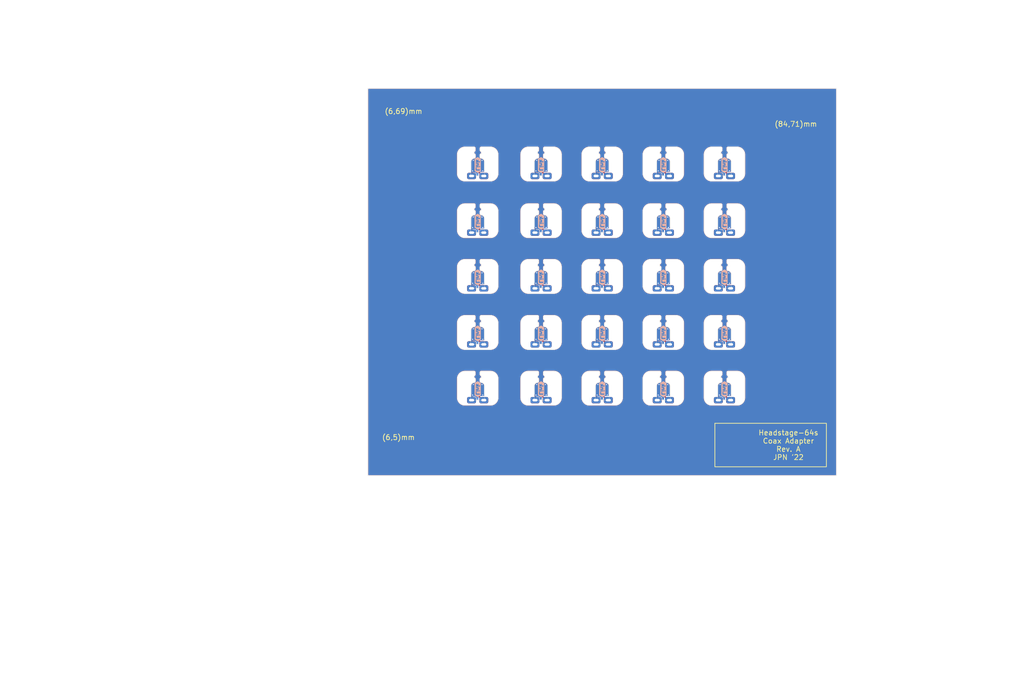
<source format=kicad_pcb>
(kicad_pcb (version 20211014) (generator pcbnew)
  (title_block (title "Headstage-64s Coax Adapter") (date "2022-01-21") (rev "A") (company "Open Ephys, Inc") (comment 1 "Jonathan P. Newman"))
  (layers (0 "F.Cu" signal) (31 "B.Cu" signal) (34 "B.Paste" user) (35 "F.Paste" user) (36 "B.SilkS" user "B.Silkscreen") (37 "F.SilkS" user "F.Silkscreen") (38 "B.Mask" user) (39 "F.Mask" user) (44 "Edge.Cuts" user))
  (net 0 "")
  (net 1 "/SIG")
  (net 2 "/GND")
  (footprint "jonnew:LINX_CONMHF4-SMD-G" (layer "F.Cu") (at 158.760659 109.07734)
    (fp_text reference "J1" hide)
    (fp_text value "Conn_Coaxial" hide)
  )
  (footprint "Headstage-64s:Castellation" (layer "F.Cu") (at 208.4 89.1 90)
    (fp_text reference "TP1" hide)
    (fp_text value "TestPoint")
  )
  (footprint "jonnew:LINX_CONMHF4-SMD-G" (layer "F.Cu") (at 207.2 87.138)
    (fp_text reference "J1" hide)
    (fp_text value "Conn_Coaxial" hide)
  )
  (footprint "Headstage-64s:Castellation" (layer "F.Cu") (at 170 89.1 90)
    (fp_text reference "TP2" hide)
    (fp_text value "TestPoint")
  )
  (footprint "Headstage-64s:Castellation" (layer "F.Cu") (at 159.960661 78.160661 90)
    (fp_text reference "TP1" hide)
    (fp_text value "TestPoint")
  )
  (footprint "Headstage-64s:Castellation" (layer "F.Cu") (at 196.4 100.100001 90)
    (fp_text reference "TP1" hide)
    (fp_text value "TestPoint")
  )
  (footprint "jonnew:LINX_CONMHF4-SMD-G" (layer "F.Cu") (at 158.760661 65.07734)
    (fp_text reference "J1" hide)
    (fp_text value "Conn_Coaxial" hide)
  )
  (footprint "Headstage-64s:Castellation" (layer "F.Cu") (at 184.400001 78.160661 90)
    (fp_text reference "TP1" hide)
    (fp_text value "TestPoint")
  )
  (footprint "Headstage-64s:Castellation" (layer "F.Cu") (at 206 89.1 90)
    (fp_text reference "TP2" hide)
    (fp_text value "TestPoint")
  )
  (footprint "jonnew:LINX_CONMHF4-SMD-G" (layer "F.Cu") (at 171.199999 109.07734)
    (fp_text reference "J1" hide)
    (fp_text value "Conn_Coaxial" hide)
  )
  (footprint "jonnew:LINX_CONMHF4-SMD-G" (layer "F.Cu") (at 183.199999 109.07734)
    (fp_text reference "J1" hide)
    (fp_text value "Conn_Coaxial" hide)
  )
  (footprint "Headstage-64s:Castellation" (layer "F.Cu") (at 206 100.100001 90)
    (fp_text reference "TP2" hide)
    (fp_text value "TestPoint")
  )
  (footprint "Headstage-64s:Castellation" (layer "F.Cu") (at 172.399999 111.03934 90)
    (fp_text reference "TP1" hide)
    (fp_text value "TestPoint")
  )
  (footprint "jonnew:LINX_CONMHF4-SMD-G" (layer "F.Cu") (at 195.199999 109.07734)
    (fp_text reference "J1" hide)
    (fp_text value "Conn_Coaxial" hide)
  )
  (footprint "" (layer "F.Cu") (at 221.2 54.85)
    (fp_text reference "")
    (fp_text value "")
  )
  (footprint "Headstage-64s:Castellation" (layer "F.Cu") (at 208.400001 67.03934 90)
    (fp_text reference "TP1" hide)
    (fp_text value "TestPoint")
  )
  (footprint "Headstage-64s:Castellation" (layer "F.Cu") (at 196.400001 78.160661 90)
    (fp_text reference "TP1" hide)
    (fp_text value "TestPoint")
  )
  (footprint "jonnew:LINX_CONMHF4-SMD-G" (layer "F.Cu") (at 183.200001 76.198661)
    (fp_text reference "J1" hide)
    (fp_text value "Conn_Coaxial" hide)
  )
  (footprint "Headstage-64s:Castellation" (layer "F.Cu") (at 184.4 100.100001 90)
    (fp_text reference "TP1" hide)
    (fp_text value "TestPoint")
  )
  (footprint "jonnew:LINX_CONMHF4-SMD-G" (layer "F.Cu") (at 171.2 98.138001)
    (fp_text reference "J1" hide)
    (fp_text value "Conn_Coaxial" hide)
  )
  (footprint "jonnew:LINX_CONMHF4-SMD-G" (layer "F.Cu") (at 183.2 98.138001)
    (fp_text reference "J1" hide)
    (fp_text value "Conn_Coaxial" hide)
  )
  (footprint "Headstage-64s:Castellation" (layer "F.Cu") (at 206.000001 78.160661 90)
    (fp_text reference "TP2" hide)
    (fp_text value "TestPoint")
  )
  (footprint "Headstage-64s:Castellation" (layer "F.Cu") (at 182 100.100001 90)
    (fp_text reference "TP2" hide)
    (fp_text value "TestPoint")
  )
  (footprint "Headstage-64s:Castellation" (layer "F.Cu") (at 196.399999 111.03934 90)
    (fp_text reference "TP1" hide)
    (fp_text value "TestPoint")
  )
  (footprint "jonnew:LINX_CONMHF4-SMD-G" (layer "F.Cu") (at 207.2 98.138001)
    (fp_text reference "J1" hide)
    (fp_text value "Conn_Coaxial" hide)
  )
  (footprint "Headstage-64s:Castellation" (layer "F.Cu") (at 157.56066 100.100001 90)
    (fp_text reference "TP2" hide)
    (fp_text value "TestPoint")
  )
  (footprint "Headstage-64s:Castellation" (layer "F.Cu") (at 206.000001 67.03934 90)
    (fp_text reference "TP2" hide)
    (fp_text value "TestPoint")
  )
  (footprint "Headstage-64s:Castellation" (layer "F.Cu") (at 170 100.100001 90)
    (fp_text reference "TP2" hide)
    (fp_text value "TestPoint")
  )
  (footprint "Headstage-64s:Castellation" (layer "F.Cu") (at 194.000001 67.03934 90)
    (fp_text reference "TP2" hide)
    (fp_text value "TestPoint")
  )
  (footprint "Headstage-64s:Castellation" (layer "F.Cu") (at 157.56066 89.1 90)
    (fp_text reference "TP2" hide)
    (fp_text value "TestPoint")
  )
  (footprint "jonnew:LINX_CONMHF4-SMD-G" (layer "F.Cu") (at 195.200001 76.198661)
    (fp_text reference "J1" hide)
    (fp_text value "Conn_Coaxial" hide)
  )
  (footprint "jonnew:LINX_CONMHF4-SMD-G" (layer "F.Cu") (at 158.76066 87.138)
    (fp_text reference "J1" hide)
    (fp_text value "Conn_Coaxial" hide)
  )
  (footprint "" (layer "F.Cu") (at 143.2 120.85)
    (fp_text reference "")
    (fp_text value "")
  )
  (footprint "Headstage-64s:Castellation" (layer "F.Cu") (at 208.399999 111.03934 90)
    (fp_text reference "TP1" hide)
    (fp_text value "TestPoint")
  )
  (footprint "Headstage-64s:Castellation" (layer "F.Cu") (at 208.4 100.100001 90)
    (fp_text reference "TP1" hide)
    (fp_text value "TestPoint")
  )
  (footprint "Headstage-64s:Castellation" (layer "F.Cu") (at 182 89.1 90)
    (fp_text reference "TP2" hide)
    (fp_text value "TestPoint")
  )
  (footprint "Headstage-64s:Castellation" (layer "F.Cu") (at 170.000001 67.03934 90)
    (fp_text reference "TP2" hide)
    (fp_text value "TestPoint")
  )
  (footprint "jonnew:LINX_CONMHF4-SMD-G" (layer "F.Cu") (at 207.200001 65.07734)
    (fp_text reference "J1" hide)
    (fp_text value "Conn_Coaxial" hide)
  )
  (footprint "jonnew:LINX_CONMHF4-SMD-G" (layer "F.Cu") (at 171.2 87.138)
    (fp_text reference "J1" hide)
    (fp_text value "Conn_Coaxial" hide)
  )
  (footprint "jonnew:LINX_CONMHF4-SMD-G" (layer "F.Cu") (at 207.199999 109.07734)
    (fp_text reference "J1" hide)
    (fp_text value "Conn_Coaxial" hide)
  )
  (footprint "Headstage-64s:Castellation" (layer "F.Cu") (at 159.96066 89.1 90)
    (fp_text reference "TP1" hide)
    (fp_text value "TestPoint")
  )
  (footprint "Headstage-64s:Castellation" (layer "F.Cu") (at 181.999999 111.03934 90)
    (fp_text reference "TP2" hide)
    (fp_text value "TestPoint")
  )
  (footprint "jonnew:LINX_CONMHF4-SMD-G" (layer "F.Cu") (at 195.2 87.138)
    (fp_text reference "J1" hide)
    (fp_text value "Conn_Coaxial" hide)
  )
  (footprint "Headstage-64s:Castellation" (layer "F.Cu") (at 159.96066 100.100001 90)
    (fp_text reference "TP1" hide)
    (fp_text value "TestPoint")
  )
  (footprint "Headstage-64s:Castellation" (layer "F.Cu") (at 172.4 100.100001 90)
    (fp_text reference "TP1" hide)
    (fp_text value "TestPoint")
  )
  (footprint "Headstage-64s:Castellation" (layer "F.Cu") (at 184.400001 67.03934 90)
    (fp_text reference "TP1" hide)
    (fp_text value "TestPoint")
  )
  (footprint "jonnew:LINX_CONMHF4-SMD-G" (layer "F.Cu") (at 183.200001 65.07734)
    (fp_text reference "J1" hide)
    (fp_text value "Conn_Coaxial" hide)
  )
  (footprint "Headstage-64s:Castellation" (layer "F.Cu") (at 184.399999 111.03934 90)
    (fp_text reference "TP1" hide)
    (fp_text value "TestPoint")
  )
  (footprint "Headstage-64s:Castellation" (layer "F.Cu") (at 182.000001 67.03934 90)
    (fp_text reference "TP2" hide)
    (fp_text value "TestPoint")
  )
  (footprint "Headstage-64s:Castellation" (layer "F.Cu") (at 184.4 89.1 90)
    (fp_text reference "TP1" hide)
    (fp_text value "TestPoint")
  )
  (footprint "Headstage-64s:Castellation" (layer "F.Cu") (at 194.000001 78.160661 90)
    (fp_text reference "TP2" hide)
    (fp_text value "TestPoint")
  )
  (footprint "jonnew:LINX_CONMHF4-SMD-G" (layer "F.Cu") (at 207.200001 76.198661)
    (fp_text reference "J1" hide)
    (fp_text value "Conn_Coaxial" hide)
  )
  (footprint "Headstage-64s:Castellation" (layer "F.Cu") (at 159.960661 67.03934 90)
    (fp_text reference "TP1" hide)
    (fp_text value "TestPoint")
  )
  (footprint "jonnew:LINX_CONMHF4-SMD-G" (layer "F.Cu") (at 171.200001 76.198661)
    (fp_text reference "J1" hide)
    (fp_text value "Conn_Coaxial" hide)
  )
  (footprint "Headstage-64s:Castellation" (layer "F.Cu") (at 172.4 89.1 90)
    (fp_text reference "TP1" hide)
    (fp_text value "TestPoint")
  )
  (footprint "jonnew:LINX_CONMHF4-SMD-G" (layer "F.Cu") (at 158.760661 76.198661)
    (fp_text reference "J1" hide)
    (fp_text value "Conn_Coaxial" hide)
  )
  (footprint "Headstage-64s:Castellation" (layer "F.Cu") (at 208.400001 78.160661 90)
    (fp_text reference "TP1" hide)
    (fp_text value "TestPoint")
  )
  (footprint "Headstage-64s:Castellation" (layer "F.Cu") (at 169.999999 111.03934 90)
    (fp_text reference "TP2" hide)
    (fp_text value "TestPoint")
  )
  (footprint "jonnew:LINX_CONMHF4-SMD-G" (layer "F.Cu") (at 158.76066 98.138001)
    (fp_text reference "J1" hide)
    (fp_text value "Conn_Coaxial" hide)
  )
  (footprint "jonnew:LINX_CONMHF4-SMD-G" (layer "F.Cu") (at 195.200001 65.07734)
    (fp_text reference "J1" hide)
    (fp_text value "Conn_Coaxial" hide)
  )
  (footprint "Headstage-64s:Castellation" (layer "F.Cu") (at 172.400001 78.160661 90)
    (fp_text reference "TP1" hide)
    (fp_text value "TestPoint")
  )
  (footprint "Headstage-64s:Castellation" (layer "F.Cu") (at 182.000001 78.160661 90)
    (fp_text reference "TP2" hide)
    (fp_text value "TestPoint")
  )
  (footprint "Headstage-64s:Castellation" (layer "F.Cu") (at 157.560661 67.03934 90)
    (fp_text reference "TP2" hide)
    (fp_text value "TestPoint")
  )
  (footprint "jonnew:LINX_CONMHF4-SMD-G" (layer "F.Cu") (at 183.2 87.138)
    (fp_text reference "J1" hide)
    (fp_text value "Conn_Coaxial" hide)
  )
  (footprint "Headstage-64s:Castellation" (layer "F.Cu") (at 170.000001 78.160661 90)
    (fp_text reference "TP2" hide)
    (fp_text value "TestPoint")
  )
  (footprint "Headstage-64s:Castellation" (layer "F.Cu") (at 159.960659 111.03934 90)
    (fp_text reference "TP1" hide)
    (fp_text value "TestPoint")
  )
  (footprint "jonnew:LINX_CONMHF4-SMD-G" (layer "F.Cu") (at 171.200001 65.07734)
    (fp_text reference "J1" hide)
    (fp_text value "Conn_Coaxial" hide)
  )
  (footprint "jonnew:LINX_CONMHF4-SMD-G" (layer "F.Cu") (at 195.2 98.138001)
    (fp_text reference "J1" hide)
    (fp_text value "Conn_Coaxial" hide)
  )
  (footprint "Headstage-64s:Castellation" (layer "F.Cu") (at 157.560661 78.160661 90)
    (fp_text reference "TP2" hide)
    (fp_text value "TestPoint")
  )
  (footprint "Headstage-64s:Castellation" (layer "F.Cu") (at 196.4 89.1 90)
    (fp_text reference "TP1" hide)
    (fp_text value "TestPoint")
  )
  (footprint "jonnew-eagle:OE-LOGO-7X5" (layer "F.Cu") (at 209.82 120.63875)
    (fp_text reference "")
    (fp_text value "")
  )
  (footprint "Headstage-64s:Castellation" (layer "F.Cu") (at 205.999999 111.03934 90)
    (fp_text reference "TP2" hide)
    (fp_text value "TestPoint")
  )
  (footprint "Headstage-64s:Castellation" (layer "F.Cu") (at 157.560659 111.03934 90)
    (fp_text reference "TP2" hide)
    (fp_text value "TestPoint")
  )
  (footprint "Headstage-64s:Castellation" (layer "F.Cu") (at 194 89.1 90)
    (fp_text reference "TP2" hide)
    (fp_text value "TestPoint")
  )
  (footprint "Headstage-64s:Castellation" (layer "F.Cu") (at 194 100.100001 90)
    (fp_text reference "TP2" hide)
    (fp_text value "TestPoint")
  )
  (footprint "Fiducial:Fiducial_1mm_Mask2mm" (layer "F.Cu") (at 143.2 56.85)
    (fp_text reference "REF**" hide)
    (fp_text value "Fiducial_1mm_Mask2mm" hide)
  )
  (footprint "Headstage-64s:Castellation" (layer "F.Cu") (at 172.400001 67.03934 90)
    (fp_text reference "TP1" hide)
    (fp_text value "TestPoint")
  )
  (footprint "Headstage-64s:Castellation" (layer "F.Cu") (at 196.400001 67.03934 90)
    (fp_text reference "TP1" hide)
    (fp_text value "TestPoint")
  )
  (footprint "Headstage-64s:Castellation" (layer "F.Cu") (at 193.999999 111.03934 90)
    (fp_text reference "TP2" hide)
    (fp_text value "TestPoint")
  )
  (footprint "kibuzzard-61EACC9F" (layer "B.Cu") (at 158.76066 97.950001 90)
    (fp_text reference "kibuzzard-61EACC9F" hide)
    (fp_text value "G***" hide)
  )
  (footprint "kibuzzard-61EACC9F" (layer "B.Cu") (at 158.760661 76.010661 90)
    (fp_text reference "kibuzzard-61EACC9F" hide)
    (fp_text value "G***" hide)
  )
  (footprint "kibuzzard-61EACC9F" (layer "B.Cu") (at 183.200001 76.010661 90)
    (fp_text reference "kibuzzard-61EACC9F" hide)
    (fp_text value "G***" hide)
  )
  (footprint "kibuzzard-61EACC9F" (layer "B.Cu") (at 195.200001 64.88934 90)
    (fp_text reference "kibuzzard-61EACC9F" hide)
    (fp_text value "G***" hide)
  )
  (footprint "kibuzzard-61EACC9F" (layer "B.Cu") (at 207.200001 64.88934 90)
    (fp_text reference "kibuzzard-61EACC9F" hide)
    (fp_text value "G***" hide)
  )
  (footprint "kibuzzard-61EACC9F" (layer "B.Cu") (at 195.200001 76.010661 90)
    (fp_text reference "kibuzzard-61EACC9F" hide)
    (fp_text value "G***" hide)
  )
  (footprint "kibuzzard-61EACC9F" (layer "B.Cu") (at 183.2 97.950001 90)
    (fp_text reference "kibuzzard-61EACC9F" hide)
    (fp_text value "G***" hide)
  )
  (footprint "kibuzzard-61EACC9F" (layer "B.Cu") (at 171.2 97.950001 90)
    (fp_text reference "kibuzzard-61EACC9F" hide)
    (fp_text value "G***" hide)
  )
  (footprint "kibuzzard-61EACC9F" (layer "B.Cu") (at 183.199999 108.88934 90)
    (fp_text reference "kibuzzard-61EACC9F" hide)
    (fp_text value "G***" hide)
  )
  (footprint "kibuzzard-61EACC9F" (layer "B.Cu") (at 171.200001 76.010661 90)
    (fp_text reference "kibuzzard-61EACC9F" hide)
    (fp_text value "G***" hide)
  )
  (footprint "kibuzzard-61EACC9F" (layer "B.Cu") (at 158.76066 86.95 90)
    (fp_text reference "kibuzzard-61EACC9F" hide)
    (fp_text value "G***" hide)
  )
  (footprint "kibuzzard-61EACC9F" (layer "B.Cu") (at 195.199999 108.88934 90)
    (fp_text reference "kibuzzard-61EACC9F" hide)
    (fp_text value "G***" hide)
  )
  (footprint "kibuzzard-61EACC9F" (layer "B.Cu") (at 207.200001 76.010661 90)
    (fp_text reference "kibuzzard-61EACC9F" hide)
    (fp_text value "G***" hide)
  )
  (footprint "kibuzzard-61EACC9F" (layer "B.Cu") (at 171.2 86.95 90)
    (fp_text reference "kibuzzard-61EACC9F" hide)
    (fp_text value "G***" hide)
  )
  (footprint "kibuzzard-61EACC9F" (layer "B.Cu") (at 207.199999 108.88934 90)
    (fp_text reference "kibuzzard-61EACC9F" hide)
    (fp_text value "G***" hide)
  )
  (footprint "kibuzzard-61EACC9F" (layer "B.Cu") (at 158.760661 64.88934 90)
    (fp_text reference "kibuzzard-61EACC9F" hide)
    (fp_text value "G***" hide)
  )
  (footprint "kibuzzard-61EACC9F" (layer "B.Cu") (at 171.200001 64.88934 90)
    (fp_text reference "kibuzzard-61EACC9F" hide)
    (fp_text value "G***" hide)
  )
  (footprint "kibuzzard-61EACC9F" (layer "B.Cu") (at 158.760659 108.88934 90)
    (fp_text reference "kibuzzard-61EACC9F" hide)
    (fp_text value "G***" hide)
  )
  (footprint "kibuzzard-61EACC9F" (layer "B.Cu") (at 195.2 86.95 90)
    (fp_text reference "kibuzzard-61EACC9F" hide)
    (fp_text value "G***" hide)
  )
  (footprint "kibuzzard-61EACC9F" (layer "B.Cu") (at 183.200001 64.88934 90)
    (fp_text reference "kibuzzard-61EACC9F" hide)
    (fp_text value "G***" hide)
  )
  (footprint "kibuzzard-61EACC9F" (layer "B.Cu") (at 195.2 97.950001 90)
    (fp_text reference "kibuzzard-61EACC9F" hide)
    (fp_text value "G***" hide)
  )
  (footprint "kibuzzard-61EACC9F" (layer "B.Cu") (at 207.2 86.95 90)
    (fp_text reference "kibuzzard-61EACC9F" hide)
    (fp_text value "G***" hide)
  )
  (footprint "kibuzzard-61EACC9F" (layer "B.Cu") (at 171.199999 108.88934 90)
    (fp_text reference "kibuzzard-61EACC9F" hide)
    (fp_text value "G***" hide)
  )
  (footprint "kibuzzard-61EACC9F" (layer "B.Cu") (at 207.2 97.950001 90)
    (fp_text reference "kibuzzard-61EACC9F" hide)
    (fp_text value "G***" hide)
  )
  (footprint "kibuzzard-61EACC9F" (layer "B.Cu") (at 183.2 86.95 90)
    (fp_text reference "kibuzzard-61EACC9F" hide)
    (fp_text value "G***" hide)
  )
  (gr_rect (start 205.31 115.58) (end 227.2 124.12) (layer "F.SilkS") (width 0.15) (fill none))
  (gr_line (start 159.466722 73.793353) (end 159.466722 73.521321) (layer "Edge.Cuts") (width 0.05))
  (gr_line (start 171.662645 72.721321) (end 171.662645 73.05153) (layer "Edge.Cuts") (width 0.05))
  (gr_arc (start 195.65 95.97914) (mid 195.727035 95.800001) (end 195.910051 95.732693) (layer "Edge.Cuts") (width 0.05))
  (gr_arc (start 187.2 88.6) (mid 186.76066 89.66066) (end 185.7 90.1) (layer "Edge.Cuts") (width 0.05))
  (gr_line (start 156.260659 112.03934) (end 161.260659 112.03934) (layer "Edge.Cuts") (width 0.05))
  (gr_arc (start 207.896448 74.682844) (mid 208.362531 74.920261) (end 208.550001 75.40858) (layer "Edge.Cuts") (width 0.05))
  (gr_arc (start 187.200001 77.660661) (mid 186.760661 78.721321) (end 185.700001 79.160661) (layer "Edge.Cuts") (width 0.05))
  (gr_line (start 157.41066 97.34792) (end 157.41066 100.100001) (layer "Edge.Cuts") (width 0.05))
  (gr_line (start 209.700001 61.35) (end 207.920001 61.35) (layer "Edge.Cuts") (width 0.05))
  (gr_line (start 205.85 100.100001) (end 208.55 100.100001) (layer "Edge.Cuts") (width 0.05))
  (gr_line (start 205.850001 67.03934) (end 208.550001 67.03934) (layer "Edge.Cuts") (width 0.05))
  (gr_line (start 170.48995 62.4) (end 170.48995 62.672032) (layer "Edge.Cuts") (width 0.05))
  (gr_arc (start 211.2 88.6) (mid 210.76066 89.66066) (end 209.7 90.1) (layer "Edge.Cuts") (width 0.05))
  (gr_line (start 194.733366 94.99087) (end 194.733366 94.660661) (layer "Edge.Cuts") (width 0.05))
  (gr_line (start 205.849999 111.03934) (end 208.549999 111.03934) (layer "Edge.Cuts") (width 0.05))
  (gr_arc (start 170.489949 95.732693) (mid 170.672964 95.800001) (end 170.75 95.97914) (layer "Edge.Cuts") (width 0.05))
  (gr_arc (start 171.662644 83.66066) (mid 171.737492 83.480246) (end 171.92 83.41066) (layer "Edge.Cuts") (width 0.05))
  (gr_arc (start 195.789948 84.272785) (mid 195.87469 84.35023) (end 195.906061 84.46066) (layer "Edge.Cuts") (width 0.05))
  (gr_arc (start 187.199999 110.53934) (mid 186.760659 111.6) (end 185.699999 112.03934) (layer "Edge.Cuts") (width 0.05))
  (gr_line (start 193.850001 78.160661) (end 196.550001 78.160661) (layer "Edge.Cuts") (width 0.05))
  (gr_line (start 171.906061 95.732693) (end 171.906061 95.460661) (layer "Edge.Cuts") (width 0.05))
  (gr_arc (start 171.896448 63.561523) (mid 171.722184 63.48934) (end 171.650001 63.315076) (layer "Edge.Cuts") (width 0.05))
  (gr_line (start 183.906062 73.793353) (end 183.906062 73.521321) (layer "Edge.Cuts") (width 0.05))
  (gr_line (start 199.200001 66.53934) (end 199.200001 62.85) (layer "Edge.Cuts") (width 0.05))
  (gr_arc (start 207.789948 84.272785) (mid 207.6882 84.14903) (end 207.662644 83.990869) (layer "Edge.Cuts") (width 0.05))
  (gr_line (start 207.906061 84.732692) (end 207.906061 84.46066) (layer "Edge.Cuts") (width 0.05))
  (gr_arc (start 180.699999 112.03934) (mid 179.639339 111.6) (end 179.199999 110.53934) (layer "Edge.Cuts") (width 0.05))
  (gr_arc (start 179.200001 73.971321) (mid 179.639341 72.910661) (end 180.700001 72.471321) (layer "Edge.Cuts") (width 0.05))
  (gr_arc (start 194.733366 94.99087) (mid 194.70781 95.149031) (end 194.606062 95.272786) (layer "Edge.Cuts") (width 0.05))
  (gr_line (start 158.040661 61.35) (end 156.260661 61.35) (layer "Edge.Cuts") (width 0.05))
  (gr_arc (start 194.750001 74.436397) (mid 194.677818 74.610661) (end 194.503554 74.682844) (layer "Edge.Cuts") (width 0.05))
  (gr_line (start 158.050608 106.4) (end 158.050608 106.672032) (layer "Edge.Cuts") (width 0.05))
  (gr_arc (start 193.85 97.34792) (mid 194.037468 96.8596) (end 194.503553 96.622184) (layer "Edge.Cuts") (width 0.05))
  (gr_arc (start 182.479999 105.35) (mid 182.658949 105.422029) (end 182.733365 105.6) (layer "Edge.Cuts") (width 0.05))
  (gr_line (start 158.05061 73.521321) (end 158.05061 73.793353) (layer "Edge.Cuts") (width 0.05))
  (gr_line (start 158.050609 95.460661) (end 158.050609 95.732693) (layer "Edge.Cuts") (width 0.05))
  (gr_arc (start 158.050609 95.732693) (mid 158.233624 95.800001) (end 158.31066 95.97914) (layer "Edge.Cuts") (width 0.05))
  (gr_line (start 185.700001 72.471321) (end 183.920001 72.471321) (layer "Edge.Cuts") (width 0.05))
  (gr_arc (start 207.896447 96.622184) (mid 207.722183 96.550001) (end 207.65 96.375737) (layer "Edge.Cuts") (width 0.05))
  (gr_line (start 162.760659 110.53934) (end 162.760659 106.85) (layer "Edge.Cuts") (width 0.05))
  (gr_line (start 193.85 86.347919) (end 193.85 89.1) (layer "Edge.Cuts") (width 0.05))
  (gr_arc (start 195.896448 74.682844) (mid 196.362531 74.920261) (end 196.550001 75.40858) (layer "Edge.Cuts") (width 0.05))
  (gr_arc (start 185.7 83.41066) (mid 186.76066 83.85) (end 187.2 84.91066) (layer "Edge.Cuts") (width 0.05))
  (gr_arc (start 171.896448 63.561523) (mid 172.362531 63.79894) (end 172.550001 64.287259) (layer "Edge.Cuts") (width 0.05))
  (gr_arc (start 171.896447 96.622184) (mid 171.722183 96.550001) (end 171.65 96.375737) (layer "Edge.Cuts") (width 0.05))
  (gr_arc (start 170.48995 73.793353) (mid 170.672965 73.860661) (end 170.750001 74.0398) (layer "Edge.Cuts") (width 0.05))
  (gr_arc (start 183.789948 95.272786) (mid 183.87469 95.350231) (end 183.906061 95.460661) (layer "Edge.Cuts") (width 0.05))
  (gr_line (start 182.48 94.410661) (end 180.7 94.410661) (layer "Edge.Cuts") (width 0.05))
  (gr_arc (start 192.700001 68.03934) (mid 191.639341 67.6) (end 191.200001 66.53934) (layer "Edge.Cuts") (width 0.05))
  (gr_arc (start 157.41066 86.347919) (mid 157.598128 85.859599) (end 158.064213 85.622183) (layer "Edge.Cuts") (width 0.05))
  (gr_line (start 170.75 85.375736) (end 170.75 84.979139) (layer "Edge.Cuts") (width 0.05))
  (gr_arc (start 195.789947 106.212125) (mid 195.874689 106.28957) (end 195.90606 106.4) (layer "Edge.Cuts") (width 0.05))
  (gr_arc (start 207.662645 61.6) (mid 207.737493 61.419586) (end 207.920001 61.35) (layer "Edge.Cuts") (width 0.05))
  (gr_line (start 209.7 83.41066) (end 207.92 83.41066) (layer "Edge.Cuts") (width 0.05))
  (gr_arc (start 170.733367 73.05153) (mid 170.707811 73.209691) (end 170.606063 73.333446) (layer "Edge.Cuts") (width 0.05))
  (gr_line (start 192.700001 79.160661) (end 197.700001 79.160661) (layer "Edge.Cuts") (width 0.05))
  (gr_arc (start 206.75 85.375736) (mid 206.677817 85.55) (end 206.503553 85.622183) (layer "Edge.Cuts") (width 0.05))
  (gr_line (start 182.48995 73.521321) (end 182.48995 73.793353) (layer "Edge.Cuts") (width 0.05))
  (gr_arc (start 171.789948 84.272785) (mid 171.87469 84.35023) (end 171.906061 84.46066) (layer "Edge.Cuts") (width 0.05))
  (gr_arc (start 170.489948 106.4) (mid 170.521319 106.28957) (end 170.606061 106.212125) (layer "Edge.Cuts") (width 0.05))
  (gr_line (start 207.65 95.97914) (end 207.65 96.375737) (layer "Edge.Cuts") (width 0.05))
  (gr_arc (start 158.310661 74.436397) (mid 158.238478 74.610661) (end 158.064214 74.682844) (layer "Edge.Cuts") (width 0.05))
  (gr_arc (start 171.662644 94.660661) (mid 171.737492 94.480247) (end 171.92 94.410661) (layer "Edge.Cuts") (width 0.05))
  (gr_arc (start 170.75 96.375737) (mid 170.677817 96.550001) (end 170.503553 96.622184) (layer "Edge.Cuts") (width 0.05))
  (gr_arc (start 206.479999 105.35) (mid 206.658949 105.422029) (end 206.733365 105.6) (layer "Edge.Cuts") (width 0.05))
  (gr_arc (start 185.699999 105.35) (mid 186.760659 105.78934) (end 187.199999 106.85) (layer "Edge.Cuts") (width 0.05))
  (gr_line (start 158.31066 85.375736) (end 158.31066 84.979139) (layer "Edge.Cuts") (width 0.05))
  (gr_arc (start 197.700001 72.471321) (mid 198.760661 72.910661) (end 199.200001 73.971321) (layer "Edge.Cuts") (width 0.05))
  (gr_arc (start 192.7 90.1) (mid 191.63934 89.66066) (end 191.2 88.6) (layer "Edge.Cuts") (width 0.05))
  (gr_line (start 158.04066 94.410661) (end 156.26066 94.410661) (layer "Edge.Cuts") (width 0.05))
  (gr_line (start 181.85 89.1) (end 184.55 89.1) (layer "Edge.Cuts") (width 0.05))
  (gr_line (start 194.75 85.375736) (end 194.75 84.979139) (layer "Edge.Cuts") (width 0.05))
  (gr_line (start 206.48 83.41066) (end 204.7 83.41066) (layer "Edge.Cuts") (width 0.05))
  (gr_arc (start 195.662645 61.6) (mid 195.737493 61.419586) (end 195.920001 61.35) (layer "Edge.Cuts") (width 0.05))
  (gr_arc (start 182.733366 94.99087) (mid 182.70781 95.149031) (end 182.606062 95.272786) (layer "Edge.Cuts") (width 0.05))
  (gr_arc (start 162.760661 66.53934) (mid 162.321321 67.6) (end 161.260661 68.03934) (layer "Edge.Cuts") (width 0.05))
  (gr_arc (start 154.760659 106.85) (mid 155.199999 105.78934) (end 156.260659 105.35) (layer "Edge.Cuts") (width 0.05))
  (gr_arc (start 194.48 83.41066) (mid 194.65895 83.482689) (end 194.733366 83.66066) (layer "Edge.Cuts") (width 0.05))
  (gr_line (start 183.662645 72.721321) (end 183.662645 73.05153) (layer "Edge.Cuts") (width 0.05))
  (gr_arc (start 159.350608 84.272785) (mid 159.24886 84.14903) (end 159.223304 83.990869) (layer "Edge.Cuts") (width 0.05))
  (gr_arc (start 170.479999 105.35) (mid 170.658949 105.422029) (end 170.733365 105.6) (layer "Edge.Cuts") (width 0.05))
  (gr_arc (start 170.489949 84.732692) (mid 170.672964 84.8) (end 170.75 84.979139) (layer "Edge.Cuts") (width 0.05))
  (gr_line (start 183.662644 94.660661) (end 183.662644 94.99087) (layer "Edge.Cuts") (width 0.05))
  (gr_line (start 169.850001 67.03934) (end 172.550001 67.03934) (layer "Edge.Cuts") (width 0.05))
  (gr_line (start 184.55 89.1) (end 184.55 86.347919) (layer "Edge.Cuts") (width 0.05))
  (gr_arc (start 162.76066 88.6) (mid 162.32132 89.66066) (end 161.26066 90.1) (layer "Edge.Cuts") (width 0.05))
  (gr_line (start 199.199999 110.53934) (end 199.199999 106.85) (layer "Edge.Cuts") (width 0.05))
  (gr_arc (start 169.849999 108.287259) (mid 170.037467 107.798939) (end 170.503552 107.561523) (layer "Edge.Cuts") (width 0.05))
  (gr_arc (start 170.480001 72.471321) (mid 170.658951 72.54335) (end 170.733367 72.721321) (layer "Edge.Cuts") (width 0.05))
  (gr_arc (start 182.480001 61.35) (mid 182.658951 61.422029) (end 182.733367 61.6) (layer "Edge.Cuts") (width 0.05))
  (gr_arc (start 194.489949 95.460661) (mid 194.52132 95.350231) (end 194.606062 95.272786) (layer "Edge.Cuts") (width 0.05))
  (gr_line (start 208.55 100.100001) (end 208.55 97.34792) (layer "Edge.Cuts") (width 0.05))
  (gr_line (start 204.700001 79.160661) (end 209.700001 79.160661) (layer "Edge.Cuts") (width 0.05))
  (gr_line (start 194.480001 61.35) (end 192.700001 61.35) (layer "Edge.Cuts") (width 0.05))
  (gr_arc (start 209.699999 105.35) (mid 210.760659 105.78934) (end 211.199999 106.85) (layer "Edge.Cuts") (width 0.05))
  (gr_arc (start 159.350609 73.333446) (mid 159.248861 73.209691) (end 159.223305 73.05153) (layer "Edge.Cuts") (width 0.05))
  (gr_line (start 170.733367 73.05153) (end 170.733367 72.721321) (layer "Edge.Cuts") (width 0.05))
  (gr_arc (start 207.65 84.979139) (mid 207.727035 84.8) (end 207.910051 84.732692) (layer "Edge.Cuts") (width 0.05))
  (gr_arc (start 180.700001 79.160661) (mid 179.639341 78.721321) (end 179.200001 77.660661) (layer "Edge.Cuts") (width 0.05))
  (gr_arc (start 191.200001 73.971321) (mid 191.639341 72.910661) (end 192.700001 72.471321) (layer "Edge.Cuts") (width 0.05))
  (gr_arc (start 158.310659 107.315076) (mid 158.238476 107.48934) (end 158.064212 107.561523) (layer "Edge.Cuts") (width 0.05))
  (gr_line (start 197.7 94.410661) (end 195.92 94.410661) (layer "Edge.Cuts") (width 0.05))
  (gr_arc (start 181.850001 75.40858) (mid 182.037469 74.92026) (end 182.503554 74.682844) (layer "Edge.Cuts") (width 0.05))
  (gr_line (start 169.85 86.347919) (end 169.85 89.1) (layer "Edge.Cuts") (width 0.05))
  (gr_line (start 157.41066 89.1) (end 160.11066 89.1) (layer "Edge.Cuts") (width 0.05))
  (gr_line (start 182.489948 106.4) (end 182.489948 106.672032) (layer "Edge.Cuts") (width 0.05))
  (gr_line (start 205.850001 78.160661) (end 208.550001 78.160661) (layer "Edge.Cuts") (width 0.05))
  (gr_arc (start 171.896447 85.622183) (mid 171.722183 85.55) (end 171.65 85.375736) (layer "Edge.Cuts") (width 0.05))
  (gr_arc (start 183.662645 61.6) (mid 183.737493 61.419586) (end 183.920001 61.35) (layer "Edge.Cuts") (width 0.05))
  (gr_arc (start 197.699999 105.35) (mid 198.760659 105.78934) (end 199.199999 106.85) (layer "Edge.Cuts") (width 0.05))
  (gr_arc (start 182.733366 83.990869) (mid 182.70781 84.14903) (end 182.606062 84.272785) (layer "Edge.Cuts") (width 0.05))
  (gr_arc (start 207.789947 106.212125) (mid 207.874689 106.28957) (end 207.90606 106.4) (layer "Edge.Cuts") (width 0.05))
  (gr_line (start 182.733365 105.930209) (end 182.733365 105.6) (layer "Edge.Cuts") (width 0.05))
  (gr_arc (start 171.789949 73.333446) (mid 171.688201 73.209691) (end 171.662645 73.05153) (layer "Edge.Cuts") (width 0.05))
  (gr_line (start 206.749999 107.315076) (end 206.749999 106.918479) (layer "Edge.Cuts") (width 0.05))
  (gr_line (start 169.85 100.100001) (end 172.55 100.100001) (layer "Edge.Cuts") (width 0.05))
  (gr_arc (start 195.896448 63.561523) (mid 195.722184 63.48934) (end 195.650001 63.315076) (layer "Edge.Cuts") (width 0.05))
  (gr_line (start 159.466721 95.732693) (end 159.466721 95.460661) (layer "Edge.Cuts") (width 0.05))
  (gr_line (start 179.200001 73.971321) (end 179.200001 77.660661) (layer "Edge.Cuts") (width 0.05))
  (gr_line (start 161.260659 105.35) (end 159.480659 105.35) (layer "Edge.Cuts") (width 0.05))
  (gr_arc (start 195.662644 83.66066) (mid 195.737492 83.480246) (end 195.92 83.41066) (layer "Edge.Cuts") (width 0.05))
  (gr_arc (start 194.48995 73.521321) (mid 194.521321 73.410891) (end 194.606063 73.333446) (layer "Edge.Cuts") (width 0.05))
  (gr_line (start 173.7 83.41066) (end 171.92 83.41066) (layer "Edge.Cuts") (width 0.05))
  (gr_arc (start 206.48 83.41066) (mid 206.65895 83.482689) (end 206.733366 83.66066) (layer "Edge.Cuts") (width 0.05))
  (gr_arc (start 158.050609 84.732692) (mid 158.233624 84.8) (end 158.31066 84.979139) (layer "Edge.Cuts") (width 0.05))
  (gr_line (start 205.850001 75.40858) (end 205.850001 78.160661) (layer "Edge.Cuts") (width 0.05))
  (gr_line (start 160.11066 100.100001) (end 160.11066 97.34792) (layer "Edge.Cuts") (width 0.05))
  (gr_line (start 205.85 86.347919) (end 205.85 89.1) (layer "Edge.Cuts") (width 0.05))
  (gr_line (start 193.850001 64.287259) (end 193.850001 67.03934) (layer "Edge.Cuts") (width 0.05))
  (gr_line (start 207.90606 106.672032) (end 207.90606 106.4) (layer "Edge.Cuts") (width 0.05))
  (gr_arc (start 159.457106 107.561523) (mid 159.282842 107.48934) (end 159.210659 107.315076) (layer "Edge.Cuts") (width 0.05))
  (gr_arc (start 199.200001 77.660661) (mid 198.760661 78.721321) (end 197.700001 79.160661) (layer "Edge.Cuts") (width 0.05))
  (gr_line (start 206.75 96.375737) (end 206.75 95.97914) (layer "Edge.Cuts") (width 0.05))
  (gr_line (start 171.650001 74.0398) (end 171.650001 74.436397) (layer "Edge.Cuts") (width 0.05))
  (gr_arc (start 211.200001 66.53934) (mid 210.760661 67.6) (end 209.700001 68.03934) (layer "Edge.Cuts") (width 0.05))
  (gr_arc (start 205.849999 108.287259) (mid 206.037467 107.798939) (end 206.503552 107.561523) (layer "Edge.Cuts") (width 0.05))
  (gr_line (start 161.260661 61.35) (end 159.480661 61.35) (layer "Edge.Cuts") (width 0.05))
  (gr_line (start 194.489948 106.4) (end 194.489948 106.672032) (layer "Edge.Cuts") (width 0.05))
  (gr_line (start 192.699999 112.03934) (end 197.699999 112.03934) (layer "Edge.Cuts") (width 0.05))
  (gr_arc (start 203.199999 106.85) (mid 203.639339 105.78934) (end 204.699999 105.35) (layer "Edge.Cuts") (width 0.05))
  (gr_arc (start 183.650001 74.0398) (mid 183.727036 73.860661) (end 183.910052 73.793353) (layer "Edge.Cuts") (width 0.05))
  (gr_arc (start 162.760659 110.53934) (mid 162.321319 111.6) (end 161.260659 112.03934) (layer "Edge.Cuts") (width 0.05))
  (gr_line (start 182.48 83.41066) (end 180.7 83.41066) (layer "Edge.Cuts") (width 0.05))
  (gr_rect (start 137.2 49.85) (end 229.2 125.85) (layer "Edge.Cuts") (width 0.05) (fill none))
  (gr_arc (start 167.2 84.91066) (mid 167.63934 83.85) (end 168.7 83.41066) (layer "Edge.Cuts") (width 0.05))
  (gr_arc (start 205.850001 64.287259) (mid 206.037469 63.798939) (end 206.503554 63.561523) (layer "Edge.Cuts") (width 0.05))
  (gr_line (start 208.550001 67.03934) (end 208.550001 64.287259) (layer "Edge.Cuts") (width 0.05))
  (gr_arc (start 171.896446 107.561523) (mid 171.722182 107.48934) (end 171.649999 107.315076) (layer "Edge.Cuts") (width 0.05))
  (gr_line (start 162.760661 66.53934) (end 162.760661 62.85) (layer "Edge.Cuts") (width 0.05))
  (gr_arc (start 195.789949 62.212125) (mid 195.688201 62.08837) (end 195.662645 61.930209) (layer "Edge.Cuts") (width 0.05))
  (gr_arc (start 159.350609 73.333446) (mid 159.435351 73.410891) (end 159.466722 73.521321) (layer "Edge.Cuts") (width 0.05))
  (gr_arc (start 170.733367 61.930209) (mid 170.707811 62.08837) (end 170.606063 62.212125) (layer "Edge.Cuts") (width 0.05))
  (gr_arc (start 195.896448 63.561523) (mid 196.362531 63.79894) (end 196.550001 64.287259) (layer "Edge.Cuts") (width 0.05))
  (gr_arc (start 195.896446 107.561523) (mid 195.722182 107.48934) (end 195.649999 107.315076) (layer "Edge.Cuts") (width 0.05))
  (gr_arc (start 181.850001 64.287259) (mid 182.037469 63.798939) (end 182.503554 63.561523) (layer "Edge.Cuts") (width 0.05))
  (gr_arc (start 207.896448 63.561523) (mid 208.362531 63.79894) (end 208.550001 64.287259) (layer "Edge.Cuts") (width 0.05))
  (gr_arc (start 171.650001 74.0398) (mid 171.727036 73.860661) (end 171.910052 73.793353) (layer "Edge.Cuts") (width 0.05))
  (gr_arc (start 180.7 101.100001) (mid 179.63934 100.660661) (end 179.2 99.600001) (layer "Edge.Cuts") (width 0.05))
  (gr_arc (start 195.789949 62.212125) (mid 195.874691 62.28957) (end 195.906062 62.4) (layer "Edge.Cuts") (width 0.05))
  (gr_arc (start 179.2 84.91066) (mid 179.63934 83.85) (end 180.7 83.41066) (layer "Edge.Cuts") (width 0.05))
  (gr_arc (start 194.733367 73.05153) (mid 194.707811 73.209691) (end 194.606063 73.333446) (layer "Edge.Cuts") (width 0.05))
  (gr_line (start 207.906062 73.793353) (end 207.906062 73.521321) (layer "Edge.Cuts") (width 0.05))
  (gr_arc (start 183.896447 85.622183) (mid 184.36253 85.8596) (end 184.55 86.347919) (layer "Edge.Cuts") (width 0.05))
  (gr_arc (start 181.849999 108.287259) (mid 182.037467 107.798939) (end 182.503552 107.561523) (layer "Edge.Cuts") (width 0.05))
  (gr_line (start 182.489949 95.460661) (end 182.489949 95.732693) (layer "Edge.Cuts") (width 0.05))
  (gr_arc (start 183.896447 96.622184) (mid 183.722183 96.550001) (end 183.65 96.375737) (layer "Edge.Cuts") (width 0.05))
  (gr_arc (start 156.26066 101.100001) (mid 155.2 100.660661) (end 154.76066 99.600001) (layer "Edge.Cuts") (width 0.05))
  (gr_arc (start 183.789947 106.212125) (mid 183.874689 106.28957) (end 183.90606 106.4) (layer "Edge.Cuts") (width 0.05))
  (gr_line (start 183.65 95.97914) (end 183.65 96.375737) (layer "Edge.Cuts") (width 0.05))
  (gr_line (start 206.480001 72.471321) (end 204.700001 72.471321) (layer "Edge.Cuts") (width 0.05))
  (gr_line (start 154.760661 62.85) (end 154.760661 66.53934) (layer "Edge.Cuts") (width 0.05))
  (gr_line (start 183.90606 106.672032) (end 183.90606 106.4) (layer "Edge.Cuts") (width 0.05))
  (gr_arc (start 159.210659 106.918479) (mid 159.287694 106.73934) (end 159.47071 106.672032) (layer "Edge.Cuts") (width 0.05))
  (gr_arc (start 205.850001 75.40858) (mid 206.037469 74.92026) (end 206.503554 74.682844) (layer "Edge.Cuts") (width 0.05))
  (gr_line (start 206.733365 105.930209) (end 206.733365 105.6) (layer "Edge.Cuts") (width 0.05))
  (gr_line (start 180.699999 112.03934) (end 185.699999 112.03934) (layer "Edge.Cuts") (width 0.05))
  (gr_arc (start 204.700001 79.160661) (mid 203.639341 78.721321) (end 203.200001 77.660661) (layer "Edge.Cuts") (width 0.05))
  (gr_line (start 158.294027 73.05153) (end 158.294027 72.721321) (layer "Edge.Cuts") (width 0.05))
  (gr_arc (start 159.223304 83.66066) (mid 159.298152 83.480246) (end 159.48066 83.41066) (layer "Edge.Cuts") (width 0.05))
  (gr_arc (start 183.662644 94.660661) (mid 183.737492 94.480247) (end 183.92 94.410661) (layer "Edge.Cuts") (width 0.05))
  (gr_line (start 170.750001 63.315076) (end 170.750001 62.918479) (layer "Edge.Cuts") (width 0.05))
  (gr_arc (start 182.48995 73.793353) (mid 182.672965 73.860661) (end 182.750001 74.0398) (layer "Edge.Cuts") (width 0.05))
  (gr_line (start 159.223303 105.6) (end 159.223303 105.930209) (layer "Edge.Cuts") (width 0.05))
  (gr_arc (start 191.199999 106.85) (mid 191.639339 105.78934) (end 192.699999 105.35) (layer "Edge.Cuts") (width 0.05))
  (gr_arc (start 171.896446 107.561523) (mid 172.362529 107.79894) (end 172.549999 108.287259) (layer "Edge.Cuts") (width 0.05))
  (gr_line (start 180.7 101.100001) (end 185.7 101.100001) (layer "Edge.Cuts") (width 0.05))
  (gr_arc (start 195.789947 106.212125) (mid 195.688199 106.08837) (end 195.662643 105.930209) (layer "Edge.Cuts") (width 0.05))
  (gr_line (start 194.733366 83.990869) (end 194.733366 83.66066) (layer "Edge.Cuts") (width 0.05))
  (gr_arc (start 206.733367 61.930209) (mid 206.707811 62.08837) (end 206.606063 62.212125) (layer "Edge.Cuts") (width 0.05))
  (gr_line (start 187.200001 66.53934) (end 187.200001 62.85) (layer "Edge.Cuts") (width 0.05))
  (gr_line (start 197.700001 61.35) (end 195.920001 61.35) (layer "Edge.Cuts") (width 0.05))
  (gr_arc (start 209.700001 72.471321) (mid 210.760661 72.910661) (end 211.200001 73.971321) (layer "Edge.Cuts") (width 0.05))
  (gr_arc (start 159.350608 95.272786) (mid 159.43535 95.350231) (end 159.466721 95.460661) (layer "Edge.Cuts") (width 0.05))
  (gr_line (start 209.700001 72.471321) (end 207.920001 72.471321) (layer "Edge.Cuts") (width 0.05))
  (gr_line (start 184.549999 111.03934) (end 184.549999 108.287259) (layer "Edge.Cuts") (width 0.05))
  (gr_arc (start 209.700001 61.35) (mid 210.760661 61.78934) (end 211.200001 62.85) (layer "Edge.Cuts") (width 0.05))
  (gr_line (start 183.662644 83.66066) (end 183.662644 83.990869) (layer "Edge.Cuts") (width 0.05))
  (gr_arc (start 207.896447 96.622184) (mid 208.36253 96.859601) (end 208.55 97.34792) (layer "Edge.Cuts") (width 0.05))
  (gr_line (start 195.906062 73.793353) (end 195.906062 73.521321) (layer "Edge.Cuts") (width 0.05))
  (gr_line (start 181.850001 67.03934) (end 184.550001 67.03934) (layer "Edge.Cuts") (width 0.05))
  (gr_line (start 172.550001 67.03934) (end 172.550001 64.287259) (layer "Edge.Cuts") (width 0.05))
  (gr_line (start 171.662643 105.6) (end 171.662643 105.930209) (layer "Edge.Cuts") (width 0.05))
  (gr_arc (start 206.750001 74.436397) (mid 206.677818 74.610661) (end 206.503554 74.682844) (layer "Edge.Cuts") (width 0.05))
  (gr_arc (start 195.789949 73.333446) (mid 195.688201 73.209691) (end 195.662645 73.05153) (layer "Edge.Cuts") (width 0.05))
  (gr_arc (start 183.789948 84.272785) (mid 183.87469 84.35023) (end 183.906061 84.46066) (layer "Edge.Cuts") (width 0.05))
  (gr_line (start 205.85 97.34792) (end 205.85 100.100001) (layer "Edge.Cuts") (width 0.05))
  (gr_line (start 159.21066 84.979139) (end 159.21066 85.375736) (layer "Edge.Cuts") (width 0.05))
  (gr_arc (start 171.789948 84.272785) (mid 171.6882 84.14903) (end 171.662644 83.990869) (layer "Edge.Cuts") (width 0.05))
  (gr_line (start 193.85 100.100001) (end 196.55 100.100001) (layer "Edge.Cuts") (width 0.05))
  (gr_arc (start 182.733367 61.930209) (mid 182.707811 62.08837) (end 182.606063 62.212125) (layer "Edge.Cuts") (width 0.05))
  (gr_line (start 206.489948 106.4) (end 206.489948 106.672032) (layer "Edge.Cuts") (width 0.05))
  (gr_arc (start 182.48 94.410661) (mid 182.65895 94.48269) (end 182.733366 94.660661) (layer "Edge.Cuts") (width 0.05))
  (gr_arc (start 159.350607 106.212125) (mid 159.248859 106.08837) (end 159.223303 105.930209) (layer "Edge.Cuts") (width 0.05))
  (gr_arc (start 154.76066 95.910661) (mid 155.2 94.850001) (end 156.26066 94.410661) (layer "Edge.Cuts") (width 0.05))
  (gr_arc (start 159.457107 96.622184) (mid 159.282843 96.550001) (end 159.21066 96.375737) (layer "Edge.Cuts") (width 0.05))
  (gr_line (start 162.76066 99.600001) (end 162.76066 95.910661) (layer "Edge.Cuts") (width 0.05))
  (gr_arc (start 194.489949 84.732692) (mid 194.672964 84.8) (end 194.75 84.979139) (layer "Edge.Cuts") (width 0.05))
  (gr_line (start 206.48995 73.521321) (end 206.48995 73.793353) (layer "Edge.Cuts") (width 0.05))
  (gr_arc (start 182.489949 95.460661) (mid 182.52132 95.350231) (end 182.606062 95.272786) (layer "Edge.Cuts") (width 0.05))
  (gr_arc (start 159.223305 72.721321) (mid 159.298153 72.540907) (end 159.480661 72.471321) (layer "Edge.Cuts") (width 0.05))
  (gr_line (start 194.750001 63.315076) (end 194.750001 62.918479) (layer "Edge.Cuts") (width 0.05))
  (gr_arc (start 206.48995 73.793353) (mid 206.672965 73.860661) (end 206.750001 74.0398) (layer "Edge.Cuts") (width 0.05))
  (gr_arc (start 195.896447 96.622184) (mid 195.722183 96.550001) (end 195.65 96.375737) (layer "Edge.Cuts") (width 0.05))
  (gr_arc (start 159.350608 95.272786) (mid 159.24886 95.149031) (end 159.223304 94.99087) (layer "Edge.Cuts") (width 0.05))
  (gr_arc (start 207.896446 107.561523) (mid 208.362529 107.79894) (end 208.549999 108.287259) (layer "Edge.Cuts") (width 0.05))
  (gr_arc (start 206.48995 62.672032) (mid 206.672965 62.73934) (end 206.750001 62.918479) (layer "Edge.Cuts") (width 0.05))
  (gr_arc (start 211.199999 110.53934) (mid 210.760659 111.6) (end 209.699999 112.03934) (layer "Edge.Cuts") (width 0.05))
  (gr_arc (start 194.75 85.375736) (mid 194.677817 85.55) (end 194.503553 85.622183) (layer "Edge.Cuts") (width 0.05))
  (gr_line (start 195.906062 62.672032) (end 195.906062 62.4) (layer "Edge.Cuts") (width 0.05))
  (gr_arc (start 182.48995 62.4) (mid 182.521321 62.28957) (end 182.606063 62.212125) (layer "Edge.Cuts") (width 0.05))
  (gr_arc (start 168.7 101.100001) (mid 167.63934 100.660661) (end 167.2 99.600001) (layer "Edge.Cuts") (width 0.05))
  (gr_line (start 195.906061 84.732692) (end 195.906061 84.46066) (layer "Edge.Cuts") (width 0.05))
  (gr_arc (start 183.789949 62.212125) (mid 183.688201 62.08837) (end 183.662645 61.930209) (layer "Edge.Cuts") (width 0.05))
  (gr_arc (start 194.750001 63.315076) (mid 194.677818 63.48934) (end 194.503554 63.561523) (layer "Edge.Cuts") (width 0.05))
  (gr_arc (start 195.789948 84.272785) (mid 195.6882 84.14903) (end 195.662644 83.990869) (layer "Edge.Cuts") (width 0.05))
  (gr_arc (start 206.489949 84.46066) (mid 206.52132 84.35023) (end 206.606062 84.272785) (layer "Edge.Cuts") (width 0.05))
  (gr_line (start 207.906061 95.732693) (end 207.906061 95.460661) (layer "Edge.Cuts") (width 0.05))
  (gr_line (start 158.294026 94.99087) (end 158.294026 94.660661) (layer "Edge.Cuts") (width 0.05))
  (gr_arc (start 159.210661 62.918479) (mid 159.287696 62.73934) (end 159.470712 62.672032) (layer "Edge.Cuts") (width 0.05))
  (gr_line (start 170.480001 61.35) (end 168.700001 61.35) (layer "Edge.Cuts") (width 0.05))
  (gr_arc (start 170.750001 63.315076) (mid 170.677818 63.48934) (end 170.503554 63.561523) (layer "Edge.Cuts") (width 0.05))
  (gr_arc (start 154.76066 84.91066) (mid 155.2 83.85) (end 156.26066 83.41066) (layer "Edge.Cuts") (width 0.05))
  (gr_line (start 185.7 94.410661) (end 183.92 94.410661) (layer "Edge.Cuts") (width 0.05))
  (gr_line (start 167.200001 62.85) (end 167.200001 66.53934) (layer "Edge.Cuts") (width 0.05))
  (gr_arc (start 158.040659 105.35) (mid 158.219609 105.422029) (end 158.294025 105.6) (layer "Edge.Cuts") (width 0.05))
  (gr_arc (start 203.2 84.91066) (mid 203.63934 83.85) (end 204.7 83.41066) (layer "Edge.Cuts") (width 0.05))
  (gr_arc (start 185.700001 72.471321) (mid 186.760661 72.910661) (end 187.200001 73.971321) (layer "Edge.Cuts") (width 0.05))
  (gr_arc (start 159.350609 62.212125) (mid 159.248861 62.08837) (end 159.223305 61.930209) (layer "Edge.Cuts") (width 0.05))
  (gr_arc (start 171.65 84.979139) (mid 171.727035 84.8) (end 171.910051 84.732692) (layer "Edge.Cuts") (width 0.05))
  (gr_line (start 159.210661 74.0398) (end 159.210661 74.436397) (layer "Edge.Cuts") (width 0.05))
  (gr_line (start 171.906062 73.793353) (end 171.906062 73.521321) (layer "Edge.Cuts") (width 0.05))
  (gr_arc (start 207.896446 107.561523) (mid 207.722182 107.48934) (end 207.649999 107.315076) (layer "Edge.Cuts") (width 0.05))
  (gr_arc (start 194.733365 105.930209) (mid 194.707809 106.08837) (end 194.606061 106.212125) (layer "Edge.Cuts") (width 0.05))
  (gr_arc (start 195.896448 74.682844) (mid 195.722184 74.610661) (end 195.650001 74.436397) (layer "Edge.Cuts") (width 0.05))
  (gr_line (start 158.294027 61.930209) (end 158.294027 61.6) (layer "Edge.Cuts") (width 0.05))
  (gr_line (start 157.410661 67.03934) (end 160.110661 67.03934) (layer "Edge.Cuts") (width 0.05))
  (gr_arc (start 159.457107 85.622183) (mid 159.92319 85.8596) (end 160.11066 86.347919) (layer "Edge.Cuts") (width 0.05))
  (gr_line (start 182.489949 84.46066) (end 182.489949 84.732692) (layer "Edge.Cuts") (width 0.05))
  (gr_line (start 194.480001 72.471321) (end 192.700001 72.471321) (layer "Edge.Cuts") (width 0.05))
  (gr_line (start 182.733367 73.05153) (end 182.733367 72.721321) (layer "Edge.Cuts") (width 0.05))
  (gr_arc (start 182.489948 106.4) (mid 182.521319 106.28957) (end 182.606061 106.212125) (layer "Edge.Cuts") (width 0.05))
  (gr_line (start 203.2 95.910661) (end 203.2 99.600001) (layer "Edge.Cuts") (width 0.05))
  (gr_line (start 203.200001 62.85) (end 203.200001 66.53934) (layer "Edge.Cuts") (width 0.05))
  (gr_line (start 172.55 100.100001) (end 172.55 97.34792) (layer "Edge.Cuts") (width 0.05))
  (gr_line (start 193.850001 75.40858) (end 193.850001 78.160661) (layer "Edge.Cuts") (width 0.05))
  (gr_line (start 195.662645 72.721321) (end 195.662645 73.05153) (layer "Edge.Cuts") (width 0.05))
  (gr_line (start 191.200001 62.85) (end 191.200001 66.53934) (layer "Edge.Cuts") (width 0.05))
  (gr_arc (start 195.896447 85.622183) (mid 196.36253 85.8596) (end 196.55 86.347919) (layer "Edge.Cuts") (width 0.05))
  (gr_arc (start 195.650001 62.918479) (mid 195.727036 62.73934) (end 195.910052 62.672032) (layer "Edge.Cuts") (width 0.05))
  (gr_line (start 194.489949 95.460661) (end 194.489949 95.732693) (layer "Edge.Cuts") (width 0.05))
  (gr_line (start 158.31066 96.375737) (end 158.31066 95.97914) (layer "Edge.Cuts") (width 0.05))
  (gr_arc (start 181.85 97.34792) (mid 182.037468 96.8596) (end 182.503553 96.622184) (layer "Edge.Cuts") (width 0.05))
  (gr_arc (start 157.410661 64.287259) (mid 157.598129 63.798939) (end 158.064214 63.561523) (layer "Edge.Cuts") (width 0.05))
  (gr_line (start 195.662644 83.66066) (end 195.662644 83.990869) (layer "Edge.Cuts") (width 0.05))
  (gr_arc (start 204.699999 112.03934) (mid 203.639339 111.6) (end 203.199999 110.53934) (layer "Edge.Cuts") (width 0.05))
  (gr_line (start 154.760661 73.971321) (end 154.760661 77.660661) (layer "Edge.Cuts") (width 0.05))
  (gr_line (start 204.7 101.100001) (end 209.7 101.100001) (layer "Edge.Cuts") (width 0.05))
  (gr_line (start 191.2 95.910661) (end 191.2 99.600001) (layer "Edge.Cuts") (width 0.05))
  (gr_arc (start 191.2 84.91066) (mid 191.63934 83.85) (end 192.7 83.41066) (layer "Edge.Cuts") (width 0.05))
  (gr_line (start 168.700001 68.03934) (end 173.700001 68.03934) (layer "Edge.Cuts") (width 0.05))
  (gr_arc (start 183.896448 74.682844) (mid 184.362531 74.920261) (end 184.550001 75.40858) (layer "Edge.Cuts") (width 0.05))
  (gr_line (start 207.662644 83.66066) (end 207.662644 83.990869) (layer "Edge.Cuts") (width 0.05))
  (gr_line (start 170.733367 61.930209) (end 170.733367 61.6) (layer "Edge.Cuts") (width 0.05))
  (gr_arc (start 182.733365 105.930209) (mid 182.707809 106.08837) (end 182.606061 106.212125) (layer "Edge.Cuts") (width 0.05))
  (gr_line (start 194.733367 73.05153) (end 194.733367 72.721321) (layer "Edge.Cuts") (width 0.05))
  (gr_line (start 173.7 94.410661) (end 171.92 94.410661) (layer "Edge.Cuts") (width 0.05))
  (gr_arc (start 187.2 99.600001) (mid 186.76066 100.660661) (end 185.7 101.100001) (layer "Edge.Cuts") (width 0.05))
  (gr_arc (start 158.040661 72.471321) (mid 158.219611 72.54335) (end 158.294027 72.721321) (layer "Edge.Cuts") (width 0.05))
  (gr_line (start 181.849999 108.287259) (end 181.849999 111.03934) (layer "Edge.Cuts") (width 0.05))
  (gr_arc (start 161.260659 105.35) (mid 162.321319 105.78934) (end 162.760659 106.85) (layer "Edge.Cuts") (width 0.05))
  (gr_line (start 185.700001 61.35) (end 183.920001 61.35) (layer "Edge.Cuts") (width 0.05))
  (gr_line (start 205.849999 108.287259) (end 205.849999 111.03934) (layer "Edge.Cuts") (width 0.05))
  (gr_line (start 196.550001 78.160661) (end 196.550001 75.40858) (layer "Edge.Cuts") (width 0.05))
  (gr_line (start 183.649999 106.918479) (end 183.649999 107.315076) (layer "Edge.Cuts") (width 0.05))
  (gr_line (start 159.46672 106.672032) (end 159.46672 106.4) (layer "Edge.Cuts") (width 0.05))
  (gr_arc (start 158.050608 106.4) (mid 158.081979 106.28957) (end 158.166721 106.212125) (layer "Edge.Cuts") (width 0.05))
  (gr_arc (start 206.489949 95.460661) (mid 206.52132 95.350231) (end 206.606062 95.272786) (layer "Edge.Cuts") (width 0.05))
  (gr_arc (start 168.700001 68.03934) (mid 167.639341 67.6) (end 167.200001 66.53934) (layer "Edge.Cuts") (width 0.05))
  (gr_arc (start 191.200001 62.85) (mid 191.639341 61.78934) (end 192.700001 61.35) (layer "Edge.Cuts") (width 0.05))
  (gr_line (start 170.48 83.41066) (end 168.7 83.41066) (layer "Edge.Cuts") (width 0.05))
  (gr_arc (start 171.789949 62.212125) (mid 171.688201 62.08837) (end 171.662645 61.930209) (layer "Edge.Cuts") (width 0.05))
  (gr_arc (start 199.200001 66.53934) (mid 198.760661 67.6) (end 197.700001 68.03934) (layer "Edge.Cuts") (width 0.05))
  (gr_arc (start 206.733367 73.05153) (mid 206.707811 73.209691) (end 206.606063 73.333446) (layer "Edge.Cuts") (width 0.05))
  (gr_arc (start 204.700001 68.03934) (mid 203.639341 67.6) (end 203.200001 66.53934) (layer "Edge.Cuts") (width 0.05))
  (gr_arc (start 158.294027 73.05153) (mid 158.268471 73.209691) (end 158.166723 73.333446) (layer "Edge.Cuts") (width 0.05))
  (gr_line (start 206.733366 94.99087) (end 206.733366 94.660661) (layer "Edge.Cuts") (width 0.05))
  (gr_arc (start 183.789949 73.333446) (mid 183.874691 73.410891) (end 183.906062 73.521321) (layer "Edge.Cuts") (width 0.05))
  (gr_arc (start 192.7 101.100001) (mid 191.63934 100.660661) (end 191.2 99.600001) (layer "Edge.Cuts") (width 0.05))
  (gr_line (start 195.650001 62.918479) (end 195.650001 63.315076) (layer "Edge.Cuts") (width 0.05))
  (gr_arc (start 207.789947 106.212125) (mid 207.688199 106.08837) (end 207.662643 105.930209) (layer "Edge.Cuts") (width 0.05))
  (gr_line (start 182.750001 63.315076) (end 182.750001 62.918479) (layer "Edge.Cuts") (width 0.05))
  (gr_line (start 208.55 89.1) (end 208.55 86.347919) (layer "Edge.Cuts") (width 0.05))
  (gr_line (start 184.55 100.100001) (end 184.55 97.34792) (layer "Edge.Cuts") (width 0.05))
  (gr_line (start 169.85 97.34792) (end 169.85 100.100001) (layer "Edge.Cuts") (width 0.05))
  (gr_line (start 168.700001 79.160661) (end 173.700001 79.160661) (layer "Edge.Cuts") (width 0.05))
  (gr_arc (start 157.410661 75.40858) (mid 157.598129 74.92026) (end 158.064214 74.682844) (layer "Edge.Cuts") (width 0.05))
  (gr_arc (start 157.410659 108.287259) (mid 157.598127 107.798939) (end 158.064212 107.561523) (layer "Edge.Cuts") (width 0.05))
  (gr_arc (start 195.662645 72.721321) (mid 195.737493 72.540907) (end 195.920001 72.471321) (layer "Edge.Cuts") (width 0.05))
  (gr_arc (start 171.789948 95.272786) (mid 171.6882 95.149031) (end 171.662644 94.99087) (layer "Edge.Cuts") (width 0.05))
  (gr_line (start 197.700001 72.471321) (end 195.920001 72.471321) (layer "Edge.Cuts") (width 0.05))
  (gr_arc (start 207.662644 83.66066) (mid 207.737492 83.480246) (end 207.92 83.41066) (layer "Edge.Cuts") (width 0.05))
  (gr_line (start 158.040659 105.35) (end 156.260659 105.35) (layer "Edge.Cuts") (width 0.05))
  (gr_line (start 170.480001 72.471321) (end 168.700001 72.471321) (layer "Edge.Cuts") (width 0.05))
  (gr_line (start 207.65 84.979139) (end 207.65 85.375736) (layer "Edge.Cuts") (width 0.05))
  (gr_line (start 195.662645 61.6) (end 195.662645 61.930209) (layer "Edge.Cuts") (width 0.05))
  (gr_arc (start 207.896447 85.622183) (mid 208.36253 85.8596) (end 208.55 86.347919) (layer "Edge.Cuts") (width 0.05))
  (gr_arc (start 194.480001 61.35) (mid 194.658951 61.422029) (end 194.733367 61.6) (layer "Edge.Cuts") (width 0.05))
  (gr_arc (start 206.750001 63.315076) (mid 206.677818 63.48934) (end 206.503554 63.561523) (layer "Edge.Cuts") (width 0.05))
  (gr_arc (start 171.65 95.97914) (mid 171.727035 95.800001) (end 171.910051 95.732693) (layer "Edge.Cuts") (width 0.05))
  (gr_line (start 160.11066 89.1) (end 160.11066 86.347919) (layer "Edge.Cuts") (width 0.05))
  (gr_arc (start 175.2 88.6) (mid 174.76066 89.66066) (end 173.7 90.1) (layer "Edge.Cuts") (width 0.05))
  (gr_line (start 162.76066 88.6) (end 162.76066 84.91066) (layer "Edge.Cuts") (width 0.05))
  (gr_line (start 179.200001 62.85) (end 179.200001 66.53934) (layer "Edge.Cuts") (width 0.05))
  (gr_line (start 196.549999 111.03934) (end 196.549999 108.287259) (layer "Edge.Cuts") (width 0.05))
  (gr_arc (start 194.48 94.410661) (mid 194.65895 94.48269) (end 194.733366 94.660661) (layer "Edge.Cuts") (width 0.05))
  (gr_arc (start 158.050609 84.46066) (mid 158.08198 84.35023) (end 158.166722 84.272785) (layer "Edge.Cuts") (width 0.05))
  (gr_line (start 206.733367 61.930209) (end 206.733367 61.6) (layer "Edge.Cuts") (width 0.05))
  (gr_line (start 187.200001 77.660661) (end 187.200001 73.971321) (layer "Edge.Cuts") (width 0.05))
  (gr_line (start 169.850001 75.40858) (end 169.850001 78.160661) (layer "Edge.Cuts") (width 0.05))
  (gr_line (start 192.7 101.100001) (end 197.7 101.100001) (layer "Edge.Cuts") (width 0.05))
  (gr_line (start 196.55 100.100001) (end 196.55 97.34792) (layer "Edge.Cuts") (width 0.05))
  (gr_arc (start 185.7 94.410661) (mid 186.76066 94.850001) (end 187.2 95.910661) (layer "Edge.Cuts") (width 0.05))
  (gr_line (start 211.2 99.600001) (end 211.2 95.910661) (layer "Edge.Cuts") (width 0.05))
  (gr_arc (start 199.199999 110.53934) (mid 198.760659 111.6) (end 197.699999 112.03934) (layer "Edge.Cuts") (width 0.05))
  (gr_line (start 173.700001 61.35) (end 171.920001 61.35) (layer "Edge.Cuts") (width 0.05))
  (gr_line (start 158.050609 84.46066) (end 158.050609 84.732692) (layer "Edge.Cuts") (width 0.05))
  (gr_arc (start 182.489948 106.672032) (mid 182.672963 106.73934) (end 182.749999 106.918479) (layer "Edge.Cuts") (width 0.05))
  (gr_arc (start 182.733367 73.05153) (mid 182.707811 73.209691) (end 182.606063 73.333446) (layer "Edge.Cuts") (width 0.05))
  (gr_arc (start 183.649999 106.918479) (mid 183.727034 106.73934) (end 183.91005 106.672032) (layer "Edge.Cuts") (width 0.05))
  (gr_line (start 171.65 95.97914) (end 171.65 96.375737) (layer "Edge.Cuts") (width 0.05))
  (gr_line (start 170.489949 95.460661) (end 170.489949 95.732693) (layer "Edge.Cuts") (width 0.05))
  (gr_line (start 161.260661 72.471321) (end 159.480661 72.471321) (layer "Edge.Cuts") (width 0.05))
  (gr_line (start 158.04066 83.41066) (end 156.26066 83.41066) (layer "Edge.Cuts") (width 0.05))
  (gr_arc (start 207.789949 62.212125) (mid 207.874691 62.28957) (end 207.906062 62.4) (layer "Edge.Cuts") (width 0.05))
  (gr_arc (start 207.789948 95.272786) (mid 207.6882 95.149031) (end 207.662644 94.99087) (layer "Edge.Cuts") (width 0.05))
  (gr_arc (start 207.662643 105.6) (mid 207.737491 105.419586) (end 207.919999 105.35) (layer "Edge.Cuts") (width 0.05))
  (gr_arc (start 207.789948 95.272786) (mid 207.87469 95.350231) (end 207.906061 95.460661) (layer "Edge.Cuts") (width 0.05))
  (gr_line (start 154.760659 106.85) (end 154.760659 110.53934) (layer "Edge.Cuts") (width 0.05))
  (gr_line (start 181.85 86.347919) (end 181.85 89.1) (layer "Edge.Cuts") (width 0.05))
  (gr_arc (start 194.733366 83.990869) (mid 194.70781 84.14903) (end 194.606062 84.272785) (layer "Edge.Cuts") (width 0.05))
  (gr_arc (start 158.294026 94.99087) (mid 158.26847 95.149031) (end 158.166722 95.272786) (layer "Edge.Cuts") (width 0.05))
  (gr_arc (start 206.75 96.375737) (mid 206.677817 96.550001) (end 206.503553 96.622184) (layer "Edge.Cuts") (width 0.05))
  (gr_arc (start 207.896448 74.682844) (mid 207.722184 74.610661) (end 207.650001 74.436397) (layer "Edge.Cuts") (width 0.05))
  (gr_arc (start 194.489949 84.46066) (mid 194.52132 84.35023) (end 194.606062 84.272785) (layer "Edge.Cuts") (width 0.05))
  (gr_arc (start 169.850001 64.287259) (mid 170.037469 63.798939) (end 170.503554 63.561523) (layer "Edge.Cuts") (width 0.05))
  (gr_arc (start 158.294027 61.930209) (mid 158.268471 62.08837) (end 158.166723 62.212125) (layer "Edge.Cuts") (width 0.05))
  (gr_arc (start 205.85 86.347919) (mid 206.037468 85.859599) (end 206.503553 85.622183) (layer "Edge.Cuts") (width 0.05))
  (gr_arc (start 168.699999 112.03934) (mid 167.639339 111.6) (end 167.199999 110.53934) (layer "Edge.Cuts") (width 0.05))
  (gr_line (start 173.700001 72.471321) (end 171.920001 72.471321) (layer "Edge.Cuts") (width 0.05))
  (gr_arc (start 171.789949 73.333446) (mid 171.874691 73.410891) (end 171.906062 73.521321) (layer "Edge.Cuts") (width 0.05))
  (gr_arc (start 158.050609 95.460661) (mid 158.08198 95.350231) (end 158.166722 95.272786) (layer "Edge.Cuts") (width 0.05))
  (gr_line (start 159.466722 62.672032) (end 159.466722 62.4) (layer "Edge.Cuts") (width 0.05))
  (gr_arc (start 162.760661 77.660661) (mid 162.321321 78.721321) (end 161.260661 79.160661) (layer "Edge.Cuts") (width 0.05))
  (gr_line (start 207.906062 62.672032) (end 207.906062 62.4) (layer "Edge.Cuts") (width 0.05))
  (gr_line (start 183.906061 84.732692) (end 183.906061 84.46066) (layer "Edge.Cuts") (width 0.05))
  (gr_arc (start 183.789948 84.272785) (mid 183.6882 84.14903) (end 183.662644 83.990869) (layer "Edge.Cuts") (width 0.05))
  (gr_arc (start 171.789947 106.212125) (mid 171.874689 106.28957) (end 171.90606 106.4) (layer "Edge.Cuts") (width 0.05))
  (gr_arc (start 158.050608 106.672032) (mid 158.233623 106.73934) (end 158.310659 106.918479) (layer "Edge.Cuts") (width 0.05))
  (gr_arc (start 181.85 86.347919) (mid 182.037468 85.859599) (end 182.503553 85.622183) (layer "Edge.Cuts") (width 0.05))
  (gr_arc (start 182.489949 84.46066) (mid 182.52132 84.35023) (end 182.606062 84.272785) (layer "Edge.Cuts") (width 0.05))
  (gr_line (start 207.649999 106.918479) (end 207.649999 107.315076) (layer "Edge.Cuts") (width 0.05))
  (gr_line (start 206.48995 62.4) (end 206.48995 62.672032) (layer "Edge.Cuts") (width 0.05))
  (gr_line (start 171.650001 62.918479) (end 171.650001 63.315076) (layer "Edge.Cuts") (width 0.05))
  (gr_arc (start 159.223304 94.660661) (mid 159.298152 94.480247) (end 159.48066 94.410661) (layer "Edge.Cuts") (width 0.05))
  (gr_line (start 203.199999 106.85) (end 203.199999 110.53934) (layer "Edge.Cuts") (width 0.05))
  (gr_line (start 211.200001 66.53934) (end 211.200001 62.85) (layer "Edge.Cuts") (width 0.05))
  (gr_arc (start 187.200001 66.53934) (mid 186.760661 67.6) (end 185.700001 68.03934) (layer "Edge.Cuts") (width 0.05))
  (gr_arc (start 207.789949 73.333446) (mid 207.874691 73.410891) (end 207.906062 73.521321) (layer "Edge.Cuts") (width 0.05))
  (gr_arc (start 205.85 97.34792) (mid 206.037468 96.8596) (end 206.503553 96.622184) (layer "Edge.Cuts") (width 0.05))
  (gr_arc (start 183.662645 72.721321) (mid 183.737493 72.540907) (end 183.920001 72.471321) (layer "Edge.Cuts") (width 0.05))
  (gr_line (start 211.199999 110.53934) (end 211.199999 106.85) (layer "Edge.Cuts") (width 0.05))
  (gr_arc (start 206.489948 106.672032) (mid 206.672963 106.73934) (end 206.749999 106.918479) (layer "Edge.Cuts") (width 0.05))
  (gr_line (start 206.48 94.410661) (end 204.7 94.410661) (layer "Edge.Cuts") (width 0.05))
  (gr_arc (start 180.7 90.1) (mid 179.63934 89.66066) (end 179.2 88.6) (layer "Edge.Cuts") (width 0.05))
  (gr_line (start 187.2 99.600001) (end 187.2 95.910661) (layer "Edge.Cuts") (width 0.05))
  (gr_arc (start 193.850001 75.40858) (mid 194.037469 74.92026) (end 194.503554 74.682844) (layer "Edge.Cuts") (width 0.05))
  (gr_line (start 206.479999 105.35) (end 204.699999 105.35) (layer "Edge.Cuts") (width 0.05))
  (gr_arc (start 159.350608 84.272785) (mid 159.43535 84.35023) (end 159.466721 84.46066) (layer "Edge.Cuts") (width 0.05))
  (gr_arc (start 206.48995 73.521321) (mid 206.521321 73.410891) (end 206.606063 73.333446) (layer "Edge.Cuts") (width 0.05))
  (gr_arc (start 194.733367 61.930209) (mid 194.707811 62.08837) (end 194.606063 62.212125) (layer "Edge.Cuts") (width 0.05))
  (gr_line (start 206.733367 73.05153) (end 206.733367 72.721321) (layer "Edge.Cuts") (width 0.05))
  (gr_line (start 199.2 88.6) (end 199.2 84.91066) (layer "Edge.Cuts") (width 0.05))
  (gr_line (start 207.662645 72.721321) (end 207.662645 73.05153) (layer "Edge.Cuts") (width 0.05))
  (gr_arc (start 206.733366 94.99087) (mid 206.70781 95.149031) (end 206.606062 95.272786) (layer "Edge.Cuts") (width 0.05))
  (gr_line (start 195.650001 74.0398) (end 195.650001 74.436397) (layer "Edge.Cuts") (width 0.05))
  (gr_arc (start 170.480001 61.35) (mid 170.658951 61.422029) (end 170.733367 61.6) (layer "Edge.Cuts") (width 0.05))
  (gr_line (start 193.849999 111.03934) (end 196.549999 111.03934) (layer "Edge.Cuts") (width 0.05))
  (gr_line (start 194.48 83.41066) (end 192.7 83.41066) (layer "Edge.Cuts") (width 0.05))
  (gr_arc (start 175.199999 110.53934) (mid 174.760659 111.6) (end 173.699999 112.03934) (layer "Edge.Cuts") (width 0.05))
  (gr_line (start 156.26066 90.1) (end 161.26066 90.1) (layer "Edge.Cuts") (width 0.05))
  (gr_arc (start 159.210661 74.0398) (mid 159.287696 73.860661) (end 159.470712 73.793353) (layer "Edge.Cuts") (width 0.05))
  (gr_line (start 156.260661 68.03934) (end 161.260661 68.03934) (layer "Edge.Cuts") (width 0.05))
  (gr_arc (start 183.789949 62.212125) (mid 183.874691 62.28957) (end 183.906062 62.4) (layer "Edge.Cuts") (width 0.05))
  (gr_line (start 192.7 90.1) (end 197.7 90.1) (layer "Edge.Cuts") (width 0.05))
  (gr_line (start 171.662644 94.660661) (end 171.662644 94.99087) (layer "Edge.Cuts") (width 0.05))
  (gr_arc (start 159.223305 61.6) (mid 159.298153 61.419586) (end 159.480661 61.35) (layer "Edge.Cuts") (width 0.05))
  (gr_arc (start 183.650001 62.918479) (mid 183.727036 62.73934) (end 183.910052 62.672032) (layer "Edge.Cuts") (width 0.05))
  (gr_line (start 181.85 97.34792) (end 181.85 100.100001) (layer "Edge.Cuts") (width 0.05))
  (gr_arc (start 204.7 101.100001) (mid 203.63934 100.660661) (end 203.2 99.600001) (layer "Edge.Cuts") (width 0.05))
  (gr_arc (start 183.896446 107.561523) (mid 183.722182 107.48934) (end 183.649999 107.315076) (layer "Edge.Cuts") (width 0.05))
  (gr_arc (start 195.662643 105.6) (mid 195.737491 105.419586) (end 195.919999 105.35) (layer "Edge.Cuts") (width 0.05))
  (gr_arc (start 171.789949 62.212125) (mid 171.874691 62.28957) (end 171.906062 62.4) (layer "Edge.Cuts") (width 0.05))
  (gr_arc (start 193.849999 108.287259) (mid 194.037467 107.798939) (end 194.503552 107.561523) (layer "Edge.Cuts") (width 0.05))
  (gr_line (start 159.223305 72.721321) (end 159.223305 73.05153) (layer "Edge.Cuts") (width 0.05))
  (gr_arc (start 195.649999 106.918479) (mid 195.727034 106.73934) (end 195.91005 106.672032) (layer "Edge.Cuts") (width 0.05))
  (gr_arc (start 170.75 85.375736) (mid 170.677817 85.55) (end 170.503553 85.622183) (layer "Edge.Cuts") (width 0.05))
  (gr_arc (start 179.2 95.910661) (mid 179.63934 94.850001) (end 180.7 94.410661) (layer "Edge.Cuts") (width 0.05))
  (gr_arc (start 194.480001 72.471321) (mid 194.658951 72.54335) (end 194.733367 72.721321) (layer "Edge.Cuts") (width 0.05))
  (gr_line (start 193.85 97.34792) (end 193.85 100.100001) (layer "Edge.Cuts") (width 0.05))
  (gr_line (start 172.549999 111.03934) (end 172.549999 108.287259) (layer "Edge.Cuts") (width 0.05))
  (gr_arc (start 195.789948 95.272786) (mid 195.87469 95.350231) (end 195.906061 95.460661) (layer "Edge.Cuts") (width 0.05))
  (gr_line (start 206.75 85.375736) (end 206.75 84.979139) (layer "Edge.Cuts") (width 0.05))
  (gr_line (start 196.550001 67.03934) (end 196.550001 64.287259) (layer "Edge.Cuts") (width 0.05))
  (gr_arc (start 194.479999 105.35) (mid 194.658949 105.422029) (end 194.733365 105.6) (layer "Edge.Cuts") (width 0.05))
  (gr_arc (start 158.05061 62.4) (mid 158.081981 62.28957) (end 158.166723 62.212125) (layer "Edge.Cuts") (width 0.05))
  (gr_arc (start 158.040661 61.35) (mid 158.219611 61.422029) (end 158.294027 61.6) (layer "Edge.Cuts") (width 0.05))
  (gr_line (start 159.223305 61.6) (end 159.223305 61.930209) (layer "Edge.Cuts") (width 0.05))
  (gr_arc (start 154.760661 73.971321) (mid 155.200001 72.910661) (end 156.260661 72.471321) (layer "Edge.Cuts") (width 0.05))
  (gr_arc (start 170.48995 62.4) (mid 170.521321 62.28957) (end 170.606063 62.212125) (layer "Edge.Cuts") (width 0.05))
  (gr_arc (start 193.85 86.347919) (mid 194.037468 85.859599) (end 194.503553 85.622183) (layer "Edge.Cuts") (width 0.05))
  (gr_line (start 195.662644 94.660661) (end 195.662644 94.99087) (layer "Edge.Cuts") (width 0.05))
  (gr_arc (start 159.457107 85.622183) (mid 159.282843 85.55) (end 159.21066 85.375736) (layer "Edge.Cuts") (width 0.05))
  (gr_arc (start 193.850001 64.287259) (mid 194.037469 63.798939) (end 194.503554 63.561523) (layer "Edge.Cuts") (width 0.05))
  (gr_line (start 182.749999 107.315076) (end 182.749999 106.918479) (layer "Edge.Cuts") (width 0.05))
  (gr_line (start 170.48995 73.521321) (end 170.48995 73.793353) (layer "Edge.Cuts") (width 0.05))
  (gr_arc (start 159.457108 63.561523) (mid 159.923191 63.79894) (end 160.110661 64.287259) (layer "Edge.Cuts") (width 0.05))
  (gr_line (start 184.550001 67.03934) (end 184.550001 64.287259) (layer "Edge.Cuts") (width 0.05))
  (gr_arc (start 158.05061 62.672032) (mid 158.233625 62.73934) (end 158.310661 62.918479) (layer "Edge.Cuts") (width 0.05))
  (gr_line (start 160.110659 111.03934) (end 160.110659 108.287259) (layer "Edge.Cuts") (width 0.05))
  (gr_arc (start 183.65 95.97914) (mid 183.727035 95.800001) (end 183.910051 95.732693) (layer "Edge.Cuts") (width 0.05))
  (gr_line (start 159.466721 84.732692) (end 159.466721 84.46066) (layer "Edge.Cuts") (width 0.05))
  (gr_arc (start 199.2 99.600001) (mid 198.76066 100.660661) (end 197.7 101.100001) (layer "Edge.Cuts") (width 0.05))
  (gr_arc (start 194.489948 106.4) (mid 194.521319 106.28957) (end 194.606061 106.212125) (layer "Edge.Cuts") (width 0.05))
  (gr_line (start 157.410659 111.03934) (end 160.110659 111.03934) (layer "Edge.Cuts") (width 0.05))
  (gr_line (start 207.662643 105.6) (end 207.662643 105.930209) (layer "Edge.Cuts") (width 0.05))
  (gr_line (start 168.699999 112.03934) (end 173.699999 112.03934) (layer "Edge.Cuts") (width 0.05))
  (gr_line (start 175.200001 66.53934) (end 175.200001 62.85) (layer "Edge.Cuts") (width 0.05))
  (gr_line (start 181.849999 111.03934) (end 184.549999 111.03934) (layer "Edge.Cuts") (width 0.05))
  (gr_arc (start 179.199999 106.85) (mid 179.639339 105.78934) (end 180.699999 105.35) (layer "Edge.Cuts") (width 0.05))
  (gr_line (start 194.489949 84.46066) (end 194.489949 84.732692) (layer "Edge.Cuts") (width 0.05))
  (gr_arc (start 170.489949 84.46066) (mid 170.52132 84.35023) (end 170.606062 84.272785) (layer "Edge.Cuts") (width 0.05))
  (gr_line (start 199.2 99.600001) (end 199.2 95.910661) (layer "Edge.Cuts") (width 0.05))
  (gr_line (start 206.733366 83.990869) (end 206.733366 83.66066) (layer "Edge.Cuts") (width 0.05))
  (gr_arc (start 182.489949 95.732693) (mid 182.672964 95.800001) (end 182.75 95.97914) (layer "Edge.Cuts") (width 0.05))
  (gr_arc (start 194.75 96.375737) (mid 194.677817 96.550001) (end 194.503553 96.622184) (layer "Edge.Cuts") (width 0.05))
  (gr_arc (start 206.480001 72.471321) (mid 206.658951 72.54335) (end 206.733367 72.721321) (layer "Edge.Cuts") (width 0.05))
  (gr_line (start 194.479999 105.35) (end 192.699999 105.35) (layer "Edge.Cuts") (width 0.05))
  (gr_arc (start 182.750001 63.315076) (mid 182.677818 63.48934) (end 182.503554 63.561523) (layer "Edge.Cuts") (width 0.05))
  (gr_arc (start 194.749999 107.315076) (mid 194.677816 107.48934) (end 194.503552 107.561523) (layer "Edge.Cuts") (width 0.05))
  (gr_arc (start 156.26066 90.1) (mid 155.2 89.66066) (end 154.76066 88.6) (layer "Edge.Cuts") (width 0.05))
  (gr_arc (start 204.7 90.1) (mid 203.63934 89.66066) (end 203.2 88.6) (layer "Edge.Cuts") (width 0.05))
  (gr_arc (start 209.7 83.41066) (mid 210.76066 83.85) (end 211.2 84.91066) (layer "Edge.Cuts") (width 0.05))
  (gr_arc (start 207.65 95.97914) (mid 207.727035 95.800001) (end 207.910051 95.732693) (layer "Edge.Cuts") (width 0.05))
  (gr_line (start 169.85 89.1) (end 172.55 89.1) (layer "Edge.Cuts") (width 0.05))
  (gr_line (start 183.650001 62.918479) (end 183.650001 63.315076) (layer "Edge.Cuts") (width 0.05))
  (gr_arc (start 195.650001 74.0398) (mid 195.727036 73.860661) (end 195.910052 73.793353) (layer "Edge.Cuts") (width 0.05))
  (gr_line (start 161.26066 83.41066) (end 159.48066 83.41066) (layer "Edge.Cuts") (width 0.05))
  (gr_arc (start 161.260661 61.35) (mid 162.321321 61.78934) (end 162.760661 62.85) (layer "Edge.Cuts") (width 0.05))
  (gr_arc (start 194.48995 62.4) (mid 194.521321 62.28957) (end 194.606063 62.212125) (layer "Edge.Cuts") (width 0.05))
  (gr_arc (start 197.7 83.41066) (mid 198.76066 83.85) (end 199.2 84.91066) (layer "Edge.Cuts") (width 0.05))
  (gr_arc (start 173.700001 72.471321) (mid 174.760661 72.910661) (end 175.200001 73.971321) (layer "Edge.Cuts") (width 0.05))
  (gr_line (start 158.05061 62.4) (end 158.05061 62.672032) (layer "Edge.Cuts") (width 0.05))
  (gr_arc (start 203.200001 73.971321) (mid 203.639341 72.910661) (end 204.700001 72.471321) (layer "Edge.Cuts") (width 0.05))
  (gr_line (start 208.550001 78.160661) (end 208.550001 75.40858) (layer "Edge.Cuts") (width 0.05))
  (gr_arc (start 195.896447 85.622183) (mid 195.722183 85.55) (end 195.65 85.375736) (layer "Edge.Cuts") (width 0.05))
  (gr_arc (start 206.48 94.410661) (mid 206.65895 94.48269) (end 206.733366 94.660661) (layer "Edge.Cuts") (width 0.05))
  (gr_arc (start 183.789948 95.272786) (mid 183.6882 95.149031) (end 183.662644 94.99087) (layer "Edge.Cuts") (width 0.05))
  (gr_arc (start 170.733366 83.990869) (mid 170.70781 84.14903) (end 170.606062 84.272785) (layer "Edge.Cuts") (width 0.05))
  (gr_arc (start 197.700001 61.35) (mid 198.760661 61.78934) (end 199.200001 62.85) (layer "Edge.Cuts") (width 0.05))
  (gr_line (start 183.662645 61.6) (end 183.662645 61.930209) (layer "Edge.Cuts") (width 0.05))
  (gr_line (start 192.700001 68.03934) (end 197.700001 68.03934) (layer "Edge.Cuts") (width 0.05))
  (gr_arc (start 170.48 94.410661) (mid 170.65895 94.48269) (end 170.733366 94.660661) (layer "Edge.Cuts") (width 0.05))
  (gr_line (start 167.2 84.91066) (end 167.2 88.6) (layer "Edge.Cuts") (width 0.05))
  (gr_line (start 158.294025 105.930209) (end 158.294025 105.6) (layer "Edge.Cuts") (width 0.05))
  (gr_line (start 197.7 83.41066) (end 195.92 83.41066) (layer "Edge.Cuts") (width 0.05))
  (gr_arc (start 167.200001 62.85) (mid 167.639341 61.78934) (end 168.700001 61.35) (layer "Edge.Cuts") (width 0.05))
  (gr_line (start 180.7 90.1) (end 185.7 90.1) (layer "Edge.Cuts") (width 0.05))
  (gr_line (start 171.649999 106.918479) (end 171.649999 107.315076) (layer "Edge.Cuts") (width 0.05))
  (gr_arc (start 158.31066 96.375737) (mid 158.238477 96.550001) (end 158.064213 96.622184) (layer "Edge.Cuts") (width 0.05))
  (gr_line (start 206.480001 61.35) (end 204.700001 61.35) (layer "Edge.Cuts") (width 0.05))
  (gr_arc (start 207.662645 72.721321) (mid 207.737493 72.540907) (end 207.920001 72.471321) (layer "Edge.Cuts") (width 0.05))
  (gr_line (start 182.480001 61.35) (end 180.700001 61.35) (layer "Edge.Cuts") (width 0.05))
  (gr_arc (start 207.650001 62.918479) (mid 207.727036 62.73934) (end 207.910052 62.672032) (layer "Edge.Cuts") (width 0.05))
  (gr_line (start 157.41066 86.347919) (end 157.41066 89.1) (layer "Edge.Cuts") (width 0.05))
  (gr_line (start 172.55 89.1) (end 172.55 86.347919) (layer "Edge.Cuts") (width 0.05))
  (gr_line (start 183.650001 74.0398) (end 183.650001 74.436397) (layer "Edge.Cuts") (width 0.05))
  (gr_arc (start 183.789949 73.333446) (mid 183.688201 73.209691) (end 183.662645 73.05153) (layer "Edge.Cuts") (width 0.05))
  (gr_line (start 159.21066 95.97914) (end 159.21066 96.375737) (layer "Edge.Cuts") (width 0.05))
  (gr_arc (start 195.896446 107.561523) (mid 196.362529 107.79894) (end 196.549999 108.287259) (layer "Edge.Cuts") (width 0.05))
  (gr_line (start 182.733367 61.930209) (end 182.733367 61.6) (layer "Edge.Cuts") (width 0.05))
  (gr_arc (start 175.2 99.600001) (mid 174.76066 100.660661) (end 173.7 101.100001) (layer "Edge.Cuts") (width 0.05))
  (gr_arc (start 158.04066 83.41066) (mid 158.21961 83.482689) (end 158.294026 83.66066) (layer "Edge.Cuts") (width 0.05))
  (gr_line (start 167.200001 73.971321) (end 167.200001 77.660661) (layer "Edge.Cuts") (width 0.05))
  (gr_line (start 170.489949 84.46066) (end 170.489949 84.732692) (layer "Edge.Cuts") (width 0.05))
  (gr_arc (start 183.65 84.979139) (mid 183.727035 84.8) (end 183.910051 84.732692) (layer "Edge.Cuts") (width 0.05))
  (gr_arc (start 156.260661 79.160661) (mid 155.200001 78.721321) (end 154.760661 77.660661) (layer "Edge.Cuts") (width 0.05))
  (gr_arc (start 161.26066 83.41066) (mid 162.32132 83.85) (end 162.76066 84.91066) (layer "Edge.Cuts") (width 0.05))
  (gr_line (start 204.7 90.1) (end 209.7 90.1) (layer "Edge.Cuts") (width 0.05))
  (gr_line (start 182.750001 74.436397) (end 182.750001 74.0398) (layer "Edge.Cuts") (width 0.05))
  (gr_line (start 167.199999 106.85) (end 167.199999 110.53934) (layer "Edge.Cuts") (width 0.05))
  (gr_arc (start 185.700001 61.35) (mid 186.760661 61.78934) (end 187.200001 62.85) (layer "Edge.Cuts") (width 0.05))
  (gr_arc (start 183.662643 105.6) (mid 183.737491 105.419586) (end 183.919999 105.35) (layer "Edge.Cuts") (width 0.05))
  (gr_line (start 158.294026 83.990869) (end 158.294026 83.66066) (layer "Edge.Cuts") (width 0.05))
  (gr_line (start 183.906062 62.672032) (end 183.906062 62.4) (layer "Edge.Cuts") (width 0.05))
  (gr_line (start 204.700001 68.03934) (end 209.700001 68.03934) (layer "Edge.Cuts") (width 0.05))
  (gr_line (start 175.200001 77.660661) (end 175.200001 73.971321) (layer "Edge.Cuts") (width 0.05))
  (gr_line (start 207.662645 61.6) (end 207.662645 61.930209) (layer "Edge.Cuts") (width 0.05))
  (gr_arc (start 206.489949 84.732692) (mid 206.672964 84.8) (end 206.75 84.979139) (layer "Edge.Cuts") (width 0.05))
  (gr_line (start 179.199999 106.85) (end 179.199999 110.53934) (layer "Edge.Cuts") (width 0.05))
  (gr_line (start 182.48995 62.4) (end 182.48995 62.672032) (layer "Edge.Cuts") (width 0.05))
  (gr_line (start 157.410661 78.160661) (end 160.110661 78.160661) (layer "Edge.Cuts") (width 0.05))
  (gr_line (start 168.7 101.100001) (end 173.7 101.100001) (layer "Edge.Cuts") (width 0.05))
  (gr_arc (start 159.350609 62.212125) (mid 159.435351 62.28957) (end 159.466722 62.4) (layer "Edge.Cuts") (width 0.05))
  (gr_line (start 206.489949 84.46066) (end 206.489949 84.732692) (layer "Edge.Cuts") (width 0.05))
  (gr_arc (start 170.48 83.41066) (mid 170.65895 83.482689) (end 170.733366 83.66066) (layer "Edge.Cuts") (width 0.05))
  (gr_line (start 183.662643 105.6) (end 183.662643 105.930209) (layer "Edge.Cuts") (width 0.05))
  (gr_line (start 170.749999 107.315076) (end 170.749999 106.918479) (layer "Edge.Cuts") (width 0.05))
  (gr_line (start 157.410661 75.40858) (end 157.410661 78.160661) (layer "Edge.Cuts") (width 0.05))
  (gr_line (start 195.65 84.979139) (end 195.65 85.375736) (layer "Edge.Cuts") (width 0.05))
  (gr_arc (start 194.489949 95.732693) (mid 194.672964 95.800001) (end 194.75 95.97914) (layer "Edge.Cuts") (width 0.05))
  (gr_line (start 180.700001 68.03934) (end 185.700001 68.03934) (layer "Edge.Cuts") (width 0.05))
  (gr_arc (start 159.350607 106.212125) (mid 159.435349 106.28957) (end 159.46672 106.4) (layer "Edge.Cuts") (width 0.05))
  (gr_arc (start 170.733366 94.99087) (mid 170.70781 95.149031) (end 170.606062 95.272786) (layer "Edge.Cuts") (width 0.05))
  (gr_line (start 170.489948 106.4) (end 170.489948 106.672032) (layer "Edge.Cuts") (width 0.05))
  (gr_arc (start 173.7 83.41066) (mid 174.76066 83.85) (end 175.2 84.91066) (layer "Edge.Cuts") (width 0.05))
  (gr_line (start 170.48 94.410661) (end 168.7 94.410661) (layer "Edge.Cuts") (width 0.05))
  (gr_arc (start 203.200001 62.85) (mid 203.639341 61.78934) (end 204.700001 61.35) (layer "Edge.Cuts") (width 0.05))
  (gr_line (start 182.75 85.375736) (end 182.75 84.979139) (layer "Edge.Cuts") (width 0.05))
  (gr_arc (start 170.489948 106.672032) (mid 170.672963 106.73934) (end 170.749999 106.918479) (layer "Edge.Cuts") (width 0.05))
  (gr_line (start 199.200001 77.660661) (end 199.200001 73.971321) (layer "Edge.Cuts") (width 0.05))
  (gr_arc (start 159.21066 84.979139) (mid 159.287695 84.8) (end 159.470711 84.732692) (layer "Edge.Cuts") (width 0.05))
  (gr_line (start 156.26066 101.100001) (end 161.26066 101.100001) (layer "Edge.Cuts") (width 0.05))
  (gr_line (start 168.7 90.1) (end 173.7 90.1) (layer "Edge.Cuts") (width 0.05))
  (gr_arc (start 206.749999 107.315076) (mid 206.677816 107.48934) (end 206.503552 107.561523) (layer "Edge.Cuts") (width 0.05))
  (gr_line (start 175.2 99.600001) (end 175.2 95.910661) (layer "Edge.Cuts") (width 0.05))
  (gr_arc (start 207.789948 84.272785) (mid 207.87469 84.35023) (end 207.906061 84.46066) (layer "Edge.Cuts") (width 0.05))
  (gr_line (start 211.2 88.6) (end 211.2 84.91066) (layer "Edge.Cuts") (width 0.05))
  (gr_line (start 195.662643 105.6) (end 195.662643 105.930209) (layer "Edge.Cuts") (width 0.05))
  (gr_arc (start 170.749999 107.315076) (mid 170.677816 107.48934) (end 170.503552 107.561523) (layer "Edge.Cuts") (width 0.05))
  (gr_line (start 170.479999 105.35) (end 168.699999 105.35) (layer "Edge.Cuts") (width 0.05))
  (gr_line (start 161.26066 94.410661) (end 159.48066 94.410661) (layer "Edge.Cuts") (width 0.05))
  (gr_line (start 182.733366 83.990869) (end 182.733366 83.66066) (layer "Edge.Cuts") (width 0.05))
  (gr_arc (start 195.65 84.979139) (mid 195.727035 84.8) (end 195.910051 84.732692) (layer "Edge.Cuts") (width 0.05))
  (gr_arc (start 183.896448 63.561523) (mid 183.722184 63.48934) (end 183.650001 63.315076) (layer "Edge.Cuts") (width 0.05))
  (gr_line (start 195.906061 95.732693) (end 195.906061 95.460661) (layer "Edge.Cuts") (width 0.05))
  (gr_line (start 182.733366 94.99087) (end 182.733366 94.660661) (layer "Edge.Cuts") (width 0.05))
  (gr_arc (start 173.7 94.410661) (mid 174.76066 94.850001) (end 175.2 95.910661) (layer "Edge.Cuts") (width 0.05))
  (gr_line (start 171.662645 61.6) (end 171.662645 61.930209) (layer "Edge.Cuts") (width 0.05))
  (gr_arc (start 158.04066 94.410661) (mid 158.21961 94.48269) (end 158.294026 94.660661) (layer "Edge.Cuts") (width 0.05))
  (gr_line (start 162.760661 77.660661) (end 162.760661 73.971321) (layer "Edge.Cuts") (width 0.05))
  (gr_arc (start 194.489948 106.672032) (mid 194.672963 106.73934) (end 194.749999 106.918479) (layer "Edge.Cuts") (width 0.05))
  (gr_line (start 171.65 84.979139) (end 171.65 85.375736) (layer "Edge.Cuts") (width 0.05))
  (gr_arc (start 159.457107 96.622184) (mid 159.92319 96.859601) (end 160.11066 97.34792) (layer "Edge.Cuts") (width 0.05))
  (gr_line (start 167.2 95.910661) (end 167.2 99.600001) (layer "Edge.Cuts") (width 0.05))
  (gr_arc (start 158.310661 63.315076) (mid 158.238478 63.48934) (end 158.064214 63.561523) (layer "Edge.Cuts") (width 0.05))
  (gr_line (start 179.2 95.910661) (end 179.2 99.600001) (layer "Edge.Cuts") (width 0.05))
  (gr_line (start 181.850001 64.287259) (end 181.850001 67.03934) (layer "Edge.Cuts") (width 0.05))
  (gr_arc (start 159.457108 74.682844) (mid 159.282844 74.610661) (end 159.210661 74.436397) (layer "Edge.Cuts") (width 0.05))
  (gr_arc (start 161.26066 94.410661) (mid 162.32132 94.850001) (end 162.76066 95.910661) (layer "Edge.Cuts") (width 0.05))
  (gr_line (start 158.310661 74.436397) (end 158.310661 74.0398) (layer "Edge.Cuts") (width 0.05))
  (gr_line (start 194.48995 62.4) (end 194.48995 62.672032) (layer "Edge.Cuts") (width 0.05))
  (gr_arc (start 167.200001 73.971321) (mid 167.639341 72.910661) (end 168.700001 72.471321) (layer "Edge.Cuts") (width 0.05))
  (gr_line (start 205.850001 64.287259) (end 205.850001 67.03934) (layer "Edge.Cuts") (width 0.05))
  (gr_arc (start 175.200001 66.53934) (mid 174.760661 67.6) (end 173.700001 68.03934) (layer "Edge.Cuts") (width 0.05))
  (gr_line (start 191.200001 73.971321) (end 191.200001 77.660661) (layer "Edge.Cuts") (width 0.05))
  (gr_line (start 183.906061 95.732693) (end 183.906061 95.460661) (layer "Edge.Cuts") (width 0.05))
  (gr_arc (start 207.662644 94.660661) (mid 207.737492 94.480247) (end 207.92 94.410661) (layer "Edge.Cuts") (width 0.05))
  (gr_line (start 172.550001 78.160661) (end 172.550001 75.40858) (layer "Edge.Cuts") (width 0.05))
  (gr_line (start 169.849999 108.287259) (end 169.849999 111.03934) (layer "Edge.Cuts") (width 0.05))
  (gr_arc (start 168.700001 79.160661) (mid 167.639341 78.721321) (end 167.200001 77.660661) (layer "Edge.Cuts") (width 0.05))
  (gr_line (start 206.750001 74.436397) (end 206.750001 74.0398) (layer "Edge.Cuts") (width 0.05))
  (gr_line (start 185.7 83.41066) (end 183.92 83.41066) (layer "Edge.Cuts") (width 0.05))
  (gr_arc (start 171.662645 72.721321) (mid 171.737493 72.540907) (end 171.920001 72.471321) (layer "Edge.Cuts") (width 0.05))
  (gr_arc (start 207.649999 106.918479) (mid 207.727034 106.73934) (end 207.91005 106.672032) (layer "Edge.Cuts") (width 0.05))
  (gr_line (start 194.749999 107.315076) (end 194.749999 106.918479) (layer "Edge.Cuts") (width 0.05))
  (gr_arc (start 206.48995 62.4) (mid 206.521321 62.28957) (end 206.606063 62.212125) (layer "Edge.Cuts") (width 0.05))
  (gr_arc (start 159.457106 107.561523) (mid 159.923189 107.79894) (end 160.110659 108.287259) (layer "Edge.Cuts") (width 0.05))
  (gr_line (start 203.200001 73.971321) (end 203.200001 77.660661) (layer "Edge.Cuts") (width 0.05))
  (gr_arc (start 183.896447 85.622183) (mid 183.722183 85.55) (end 183.65 85.375736) (layer "Edge.Cuts") (width 0.05))
  (gr_arc (start 170.733365 105.930209) (mid 170.707809 106.08837) (end 170.606061 106.212125) (layer "Edge.Cuts") (width 0.05))
  (gr_line (start 197.699999 105.35) (end 195.919999 105.35) (layer "Edge.Cuts") (width 0.05))
  (gr_arc (start 191.2 95.910661) (mid 191.63934 94.850001) (end 192.7 94.410661) (layer "Edge.Cuts") (width 0.05))
  (gr_arc (start 171.789948 95.272786) (mid 171.87469 95.350231) (end 171.906061 95.460661) (layer "Edge.Cuts") (width 0.05))
  (gr_line (start 159.210661 62.918479) (end 159.210661 63.315076) (layer "Edge.Cuts") (width 0.05))
  (gr_line (start 194.750001 74.436397) (end 194.750001 74.0398) (layer "Edge.Cuts") (width 0.05))
  (gr_arc (start 206.480001 61.35) (mid 206.658951 61.422029) (end 206.733367 61.6) (layer "Edge.Cuts") (width 0.05))
  (gr_arc (start 183.896448 63.561523) (mid 184.362531 63.79894) (end 184.550001 64.287259) (layer "Edge.Cuts") (width 0.05))
  (gr_arc (start 169.85 97.34792) (mid 170.037468 96.8596) (end 170.503553 96.622184) (layer "Edge.Cuts") (width 0.05))
  (gr_arc (start 206.489948 106.4) (mid 206.521319 106.28957) (end 206.606061 106.212125) (layer "Edge.Cuts") (width 0.05))
  (gr_line (start 196.55 89.1) (end 196.55 86.347919) (layer "Edge.Cuts") (width 0.05))
  (gr_line (start 193.85 89.1) (end 196.55 89.1) (layer "Edge.Cuts") (width 0.05))
  (gr_line (start 158.310659 107.315076) (end 158.310659 106.918479) (layer "Edge.Cuts") (width 0.05))
  (gr_line (start 169.849999 111.03934) (end 172.549999 111.03934) (layer "Edge.Cuts") (width 0.05))
  (gr_arc (start 171.662645 61.6) (mid 171.737493 61.419586) (end 171.920001 61.35) (layer "Edge.Cuts") (width 0.05))
  (gr_line (start 208.549999 111.03934) (end 208.549999 108.287259) (layer "Edge.Cuts") (width 0.05))
  (gr_arc (start 195.896447 96.622184) (mid 196.36253 96.859601) (end 196.55 97.34792) (layer "Edge.Cuts") (width 0.05))
  (gr_arc (start 170.48995 62.672032) (mid 170.672965 62.73934) (end 170.750001 62.918479) (layer "Edge.Cuts") (width 0.05))
  (gr_line (start 195.649999 106.918479) (end 195.649999 107.315076) (layer "Edge.Cuts") (width 0.05))
  (gr_arc (start 197.7 94.410661) (mid 198.76066 94.850001) (end 199.2 95.910661) (layer "Edge.Cuts") (width 0.05))
  (gr_line (start 158.310661 63.315076) (end 158.310661 62.918479) (layer "Edge.Cuts") (width 0.05))
  (gr_line (start 211.200001 77.660661) (end 211.200001 73.971321) (layer "Edge.Cuts") (width 0.05))
  (gr_line (start 181.85 100.100001) (end 184.55 100.100001) (layer "Edge.Cuts") (width 0.05))
  (gr_arc (start 180.700001 68.03934) (mid 179.639341 67.6) (end 179.200001 66.53934) (layer "Edge.Cuts") (width 0.05))
  (gr_arc (start 183.896447 96.622184) (mid 184.36253 96.859601) (end 184.55 97.34792) (layer "Edge.Cuts") (width 0.05))
  (gr_line (start 184.550001 78.160661) (end 184.550001 75.40858) (layer "Edge.Cuts") (width 0.05))
  (gr_arc (start 159.21066 95.97914) (mid 159.287695 95.800001) (end 159.470711 95.732693) (layer "Edge.Cuts") (width 0.05))
  (gr_arc (start 158.31066 85.375736) (mid 158.238477 85.55) (end 158.064213 85.622183) (layer "Edge.Cuts") (width 0.05))
  (gr_arc (start 182.48 83.41066) (mid 182.65895 83.482689) (end 182.733366 83.66066) (layer "Edge.Cuts") (width 0.05))
  (gr_arc (start 183.662644 83.66066) (mid 183.737492 83.480246) (end 183.92 83.41066) (layer "Edge.Cuts") (width 0.05))
  (gr_arc (start 206.733365 105.930209) (mid 206.707809 106.08837) (end 206.606061 106.212125) (layer "Edge.Cuts") (width 0.05))
  (gr_line (start 206.489949 95.460661) (end 206.489949 95.732693) (layer "Edge.Cuts") (width 0.05))
  (gr_arc (start 207.896448 63.561523) (mid 207.722184 63.48934) (end 207.650001 63.315076) (layer "Edge.Cuts") (width 0.05))
  (gr_arc (start 183.896448 74.682844) (mid 183.722184 74.610661) (end 183.650001 74.436397) (layer "Edge.Cuts") (width 0.05))
  (gr_arc (start 159.457108 74.682844) (mid 159.923191 74.920261) (end 160.110661 75.40858) (layer "Edge.Cuts") (width 0.05))
  (gr_line (start 195.65 95.97914) (end 195.65 96.375737) (layer "Edge.Cuts") (width 0.05))
  (gr_line (start 194.75 96.375737) (end 194.75 95.97914) (layer "Edge.Cuts") (width 0.05))
  (gr_arc (start 170.750001 74.436397) (mid 170.677818 74.610661) (end 170.503554 74.682844) (layer "Edge.Cuts") (width 0.05))
  (gr_line (start 180.700001 79.160661) (end 185.700001 79.160661) (layer "Edge.Cuts") (width 0.05))
  (gr_arc (start 182.48995 62.672032) (mid 182.672965 62.73934) (end 182.750001 62.918479) (layer "Edge.Cuts") (width 0.05))
  (gr_line (start 209.699999 105.35) (end 207.919999 105.35) (layer "Edge.Cuts") (width 0.05))
  (gr_line (start 187.199999 110.53934) (end 187.199999 106.85) (layer "Edge.Cuts") (width 0.05))
  (gr_arc (start 182.75 96.375737) (mid 182.677817 96.550001) (end 182.503553 96.622184) (layer "Edge.Cuts") (width 0.05))
  (gr_arc (start 206.489949 95.732693) (mid 206.672964 95.800001) (end 206.75 95.97914) (layer "Edge.Cuts") (width 0.05))
  (gr_line (start 170.75 96.375737) (end 170.75 95.97914) (layer "Edge.Cuts") (width 0.05))
  (gr_line (start 194.48 94.410661) (end 192.7 94.410661) (layer "Edge.Cuts") (width 0.05))
  (gr_line (start 194.48995 73.521321) (end 194.48995 73.793353) (layer "Edge.Cuts") (width 0.05))
  (gr_arc (start 207.789949 62.212125) (mid 207.688201 62.08837) (end 207.662645 61.930209) (layer "Edge.Cuts") (width 0.05))
  (gr_line (start 157.410661 64.287259) (end 157.410661 67.03934) (layer "Edge.Cuts") (width 0.05))
  (gr_arc (start 169.850001 75.40858) (mid 170.037469 74.92026) (end 170.503554 74.682844) (layer "Edge.Cuts") (width 0.05))
  (gr_arc (start 158.294026 83.990869) (mid 158.26847 84.14903) (end 158.166722 84.272785) (layer "Edge.Cuts") (width 0.05))
  (gr_arc (start 203.2 95.910661) (mid 203.63934 94.850001) (end 204.7 94.410661) (layer "Edge.Cuts") (width 0.05))
  (gr_arc (start 207.650001 74.0398) (mid 207.727036 73.860661) (end 207.910052 73.793353) (layer "Edge.Cuts") (width 0.05))
  (gr_line (start 203.2 84.91066) (end 203.2 88.6) (layer "Edge.Cuts") (width 0.05))
  (gr_arc (start 154.760661 62.85) (mid 155.200001 61.78934) (end 156.260661 61.35) (layer "Edge.Cuts") (width 0.05))
  (gr_arc (start 192.699999 112.03934) (mid 191.639339 111.6) (end 191.199999 110.53934) (layer "Edge.Cuts") (width 0.05))
  (gr_line (start 169.850001 78.160661) (end 172.550001 78.160661) (layer "Edge.Cuts") (width 0.05))
  (gr_arc (start 183.896446 107.561523) (mid 184.362529 107.79894) (end 184.549999 108.287259) (layer "Edge.Cuts") (width 0.05))
  (gr_line (start 205.85 89.1) (end 208.55 89.1) (layer "Edge.Cuts") (width 0.05))
  (gr_line (start 207.662644 94.660661) (end 207.662644 94.99087) (layer "Edge.Cuts") (width 0.05))
  (gr_arc (start 171.896447 85.622183) (mid 172.36253 85.8596) (end 172.55 86.347919) (layer "Edge.Cuts") (width 0.05))
  (gr_arc (start 169.85 86.347919) (mid 170.037468 85.859599) (end 170.503553 85.622183) (layer "Edge.Cuts") (width 0.05))
  (gr_arc (start 156.260659 112.03934) (mid 155.199999 111.6) (end 154.760659 110.53934) (layer "Edge.Cuts") (width 0.05))
  (gr_arc (start 171.896447 96.622184) (mid 172.36253 96.859601) (end 172.55 97.34792) (layer "Edge.Cuts") (width 0.05))
  (gr_arc (start 171.650001 62.918479) (mid 171.727036 62.73934) (end 171.910052 62.672032) (layer "Edge.Cuts") (width 0.05))
  (gr_line (start 182.75 96.375737) (end 182.75 95.97914) (layer "Edge.Cuts") (width 0.05))
  (gr_arc (start 173.699999 105.35) (mid 174.760659 105.78934) (end 175.199999 106.85) (layer "Edge.Cuts") (width 0.05))
  (gr_arc (start 159.223303 105.6) (mid 159.298151 105.419586) (end 159.480659 105.35) (layer "Edge.Cuts") (width 0.05))
  (gr_arc (start 206.733366 83.990869) (mid 206.70781 84.14903) (end 206.606062 84.272785) (layer "Edge.Cuts") (width 0.05))
  (gr_line (start 175.199999 110.53934) (end 175.199999 106.85) (layer "Edge.Cuts") (width 0.05))
  (gr_line (start 157.41066 100.100001) (end 160.11066 100.100001) (layer "Edge.Cuts") (width 0.05))
  (gr_arc (start 209.7 94.410661) (mid 210.76066 94.850001) (end 211.2 95.910661) (layer "Edge.Cuts") (width 0.05))
  (gr_line (start 169.850001 64.287259) (end 169.850001 67.03934) (layer "Edge.Cuts") (width 0.05))
  (gr_arc (start 207.789949 73.333446) (mid 207.688201 73.209691) (end 207.662645 73.05153) (layer "Edge.Cuts") (width 0.05))
  (gr_arc (start 171.662643 105.6) (mid 171.737491 105.419586) (end 171.919999 105.35) (layer "Edge.Cuts") (width 0.05))
  (gr_line (start 158.040661 72.471321) (end 156.260661 72.471321) (layer "Edge.Cuts") (width 0.05))
  (gr_line (start 179.2 84.91066) (end 179.2 88.6) (layer "Edge.Cuts") (width 0.05))
  (gr_arc (start 173.700001 61.35) (mid 174.760661 61.78934) (end 175.200001 62.85) (layer "Edge.Cuts") (width 0.05))
  (gr_line (start 193.849999 108.287259) (end 193.849999 111.03934) (layer "Edge.Cuts") (width 0.05))
  (gr_line (start 170.733366 94.99087) (end 170.733366 94.660661) (layer "Edge.Cuts") (width 0.05))
  (gr_arc (start 159.457108 63.561523) (mid 159.282844 63.48934) (end 159.210661 63.315076) (layer "Edge.Cuts") (width 0.05))
  (gr_line (start 171.906062 62.672032) (end 171.906062 62.4) (layer "Edge.Cuts") (width 0.05))
  (gr_arc (start 183.789947 106.212125) (mid 183.688199 106.08837) (end 183.662643 105.930209) (layer "Edge.Cuts") (width 0.05))
  (gr_line (start 181.850001 75.40858) (end 181.850001 78.160661) (layer "Edge.Cuts") (width 0.05))
  (gr_arc (start 161.260661 72.471321) (mid 162.321321 72.910661) (end 162.760661 73.971321) (layer "Edge.Cuts") (width 0.05))
  (gr_arc (start 158.05061 73.521321) (mid 158.081981 73.410891) (end 158.166723 73.333446) (layer "Edge.Cuts") (width 0.05))
  (gr_arc (start 168.7 90.1) (mid 167.63934 89.66066) (end 167.2 88.6) (layer "Edge.Cuts") (width 0.05))
  (gr_line (start 206.750001 63.315076) (end 206.750001 62.918479) (layer "Edge.Cuts") (width 0.05))
  (gr_arc (start 170.489949 95.460661) (mid 170.52132 95.350231) (end 170.606062 95.272786) (layer "Edge.Cuts") (width 0.05))
  (gr_line (start 195.90606 106.672032) (end 195.90606 106.4) (layer "Edge.Cuts") (width 0.05))
  (gr_arc (start 195.789948 95.272786) (mid 195.6882 95.149031) (end 195.662644 94.99087) (layer "Edge.Cuts") (width 0.05))
  (gr_arc (start 194.48995 62.672032) (mid 194.672965 62.73934) (end 194.750001 62.918479) (layer "Edge.Cuts") (width 0.05))
  (gr_line (start 193.850001 67.03934) (end 196.550001 67.03934) (layer "Edge.Cuts") (width 0.05))
  (gr_line (start 182.480001 72.471321) (end 180.700001 72.471321) (layer "Edge.Cuts") (width 0.05))
  (gr_line (start 181.850001 78.160661) (end 184.550001 78.160661) (layer "Edge.Cuts") (width 0.05))
  (gr_line (start 194.733367 61.930209) (end 194.733367 61.6) (layer "Edge.Cuts") (width 0.05))
  (gr_line (start 160.110661 67.03934) (end 160.110661 64.287259) (layer "Edge.Cuts") (width 0.05))
  (gr_arc (start 211.2 99.600001) (mid 210.76066 100.660661) (end 209.7 101.100001) (layer "Edge.Cuts") (width 0.05))
  (gr_arc (start 171.896448 74.682844) (mid 171.722184 74.610661) (end 171.650001 74.436397) (layer "Edge.Cuts") (width 0.05))
  (gr_arc (start 195.789949 73.333446) (mid 195.874691 73.410891) (end 195.906062 73.521321) (layer "Edge.Cuts") (width 0.05))
  (gr_line (start 173.699999 105.35) (end 171.919999 105.35) (layer "Edge.Cuts") (width 0.05))
  (gr_line (start 209.7 94.410661) (end 207.92 94.410661) (layer "Edge.Cuts") (width 0.05))
  (gr_line (start 194.733365 105.930209) (end 194.733365 105.6) (layer "Edge.Cuts") (width 0.05))
  (gr_line (start 159.223304 94.660661) (end 159.223304 94.99087) (layer "Edge.Cuts") (width 0.05))
  (gr_arc (start 162.76066 99.600001) (mid 162.32132 100.660661) (end 161.26066 101.100001) (layer "Edge.Cuts") (width 0.05))
  (gr_line (start 171.906061 84.732692) (end 171.906061 84.46066) (layer "Edge.Cuts") (width 0.05))
  (gr_arc (start 182.48995 73.521321) (mid 182.521321 73.410891) (end 182.606063 73.333446) (layer "Edge.Cuts") (width 0.05))
  (gr_line (start 207.650001 74.0398) (end 207.650001 74.436397) (layer "Edge.Cuts") (width 0.05))
  (gr_arc (start 167.2 95.910661) (mid 167.63934 94.850001) (end 168.7 94.410661) (layer "Edge.Cuts") (width 0.05))
  (gr_line (start 191.2 84.91066) (end 191.2 88.6) (layer "Edge.Cuts") (width 0.05))
  (gr_line (start 182.479999 105.35) (end 180.699999 105.35) (layer "Edge.Cuts") (width 0.05))
  (gr_line (start 171.662644 83.66066) (end 171.662644 83.990869) (layer "Edge.Cuts") (width 0.05))
  (gr_line (start 154.76066 95.910661) (end 154.76066 99.600001) (layer "Edge.Cuts") (width 0.05))
  (gr_line (start 154.76066 84.91066) (end 154.76066 88.6) (layer "Edge.Cuts") (width 0.05))
  (gr_arc (start 194.48995 73.793353) (mid 194.672965 73.860661) (end 194.750001 74.0398) (layer "Edge.Cuts") (width 0.05))
  (gr_arc (start 170.48995 73.521321) (mid 170.521321 73.410891) (end 170.606063 73.333446) (layer "Edge.Cuts") (width 0.05))
  (gr_arc (start 182.749999 107.315076) (mid 182.677816 107.48934) (end 182.503552 107.561523) (layer "Edge.Cuts") (width 0.05))
  (gr_arc (start 182.489949 84.732692) (mid 182.672964 84.8) (end 182.75 84.979139) (layer "Edge.Cuts") (width 0.05))
  (gr_arc (start 207.896447 85.622183) (mid 207.722183 85.55) (end 207.65 85.375736) (layer "Edge.Cuts") (width 0.05))
  (gr_arc (start 182.750001 74.436397) (mid 182.677818 74.610661) (end 182.503554 74.682844) (layer "Edge.Cuts") (width 0.05))
  (gr_line (start 157.410659 108.287259) (end 157.410659 111.03934) (layer "Edge.Cuts") (width 0.05))
  (gr_arc (start 175.200001 77.660661) (mid 174.760661 78.721321) (end 173.700001 79.160661) (layer "Edge.Cuts") (width 0.05))
  (gr_arc (start 158.294025 105.930209) (mid 158.268469 106.08837) (end 158.166721 106.212125) (layer "Edge.Cuts") (width 0.05))
  (gr_line (start 160.110661 78.160661) (end 160.110661 75.40858) (layer "Edge.Cuts") (width 0.05))
  (gr_line (start 187.2 88.6) (end 187.2 84.91066) (layer "Edge.Cuts") (width 0.05))
  (gr_line (start 159.210659 106.918479) (end 159.210659 107.315076) (layer "Edge.Cuts") (width 0.05))
  (gr_arc (start 182.480001 72.471321) (mid 182.658951 72.54335) (end 182.733367 72.721321) (layer "Edge.Cuts") (width 0.05))
  (gr_line (start 171.90606 106.672032) (end 171.90606 106.4) (layer "Edge.Cuts") (width 0.05))
  (gr_line (start 204.699999 112.03934) (end 209.699999 112.03934) (layer "Edge.Cuts") (width 0.05))
  (gr_arc (start 171.789947 106.212125) (mid 171.688199 106.08837) (end 171.662643 105.930209) (layer "Edge.Cuts") (width 0.05))
  (gr_arc (start 199.2 88.6) (mid 198.76066 89.66066) (end 197.7 90.1) (layer "Edge.Cuts") (width 0.05))
  (gr_line (start 159.223304 83.66066) (end 159.223304 83.990869) (layer "Edge.Cuts") (width 0.05))
  (gr_arc (start 167.199999 106.85) (mid 167.639339 105.78934) (end 168.699999 105.35) (layer "Edge.Cuts") (width 0.05))
  (gr_arc (start 171.649999 106.918479) (mid 171.727034 106.73934) (end 171.91005 106.672032) (layer "Edge.Cuts") (width 0.05))
  (gr_arc (start 156.260661 68.03934) (mid 155.200001 67.6) (end 154.760661 66.53934) (layer "Edge.Cuts") (width 0.05))
  (gr_line (start 185.699999 105.35) (end 183.919999 105.35) (layer "Edge.Cuts") (width 0.05))
  (gr_line (start 207.650001 62.918479) (end 207.650001 63.315076) (layer "Edge.Cuts") (width 0.05))
  (gr_arc (start 179.200001 62.85) (mid 179.639341 61.78934) (end 180.700001 61.35) (layer "Edge.Cuts") (width 0.05))
  (gr_line (start 170.750001 74.436397) (end 170.750001 74.0398) (layer "Edge.Cuts") (width 0.05))
  (gr_line (start 170.733366 83.990869) (end 170.733366 83.66066) (layer "Edge.Cuts") (width 0.05))
  (gr_arc (start 195.662644 94.660661) (mid 195.737492 94.480247) (end 195.92 94.410661) (layer "Edge.Cuts") (width 0.05))
  (gr_arc (start 192.700001 79.160661) (mid 191.639341 78.721321) (end 191.200001 77.660661) (layer "Edge.Cuts") (width 0.05))
  (gr_line (start 156.260661 79.160661) (end 161.260661 79.160661) (layer "Edge.Cuts") (width 0.05))
  (gr_line (start 183.65 84.979139) (end 183.65 85.375736) (layer "Edge.Cuts") (width 0.05))
  (gr_arc (start 211.200001 77.660661) (mid 210.760661 78.721321) (end 209.700001 79.160661) (layer "Edge.Cuts") (width 0.05))
  (gr_line (start 175.2 88.6) (end 175.2 84.91066) (layer "Edge.Cuts") (width 0.05))
  (gr_arc (start 158.05061 73.793353) (mid 158.233625 73.860661) (end 158.310661 74.0398) (layer "Edge.Cuts") (width 0.05))
  (gr_arc (start 182.75 85.375736) (mid 182.677817 85.55) (end 182.503553 85.622183) (layer "Edge.Cuts") (width 0.05))
  (gr_line (start 191.199999 106.85) (end 191.199999 110.53934) (layer "Edge.Cuts") (width 0.05))
  (gr_arc (start 157.41066 97.34792) (mid 157.598128 96.8596) (end 158.064213 96.622184) (layer "Edge.Cuts") (width 0.05))
  (gr_line (start 170.733365 105.930209) (end 170.733365 105.6) (layer "Edge.Cuts") (width 0.05))
  (gr_arc (start 171.896448 74.682844) (mid 172.362531 74.920261) (end 172.550001 75.40858) (layer "Edge.Cuts") (width 0.05))
  (gr_text "(6,5)mm" (at 143.2 118.35) (layer "F.SilkS") (effects (font (size 1 1))))
  (gr_text "(6,69)mm" (at 144.2 54.35) (layer "F.SilkS") (effects (font (size 1 1))))
  (gr_text "Headstage-64s\nCoax Adapter\nRev. A\nJPN '22" (at 219.75 119.85) (layer "F.SilkS") (effects (font (size 1 1))))
  (gr_text "(84,71)mm" (at 221.2 56.85) (layer "F.SilkS") (effects (font (size 1 1))))
  (segment (start 207.87498 88.78798) (end 207.87498 88.97498) (width 0.25) (layer "F.Cu") (net 1))
  (segment (start 195.200001 66.05234) (end 195.874981 66.72732) (width 0.25) (layer "F.Cu") (net 1))
  (segment (start 158.760661 77.173661) (end 159.435641 77.848641) (width 0.25) (layer "F.Cu") (net 1))
  (segment (start 183.200001 77.173661) (end 183.874981 77.848641) (width 0.25) (layer "F.Cu") (net 1))
  (segment (start 207.2 99.113001) (end 207.87498 99.787981) (width 0.25) (layer "F.Cu") (net 1))
  (segment (start 171.2 88.113) (end 171.87498 88.78798) (width 0.25) (layer "F.Cu") (net 1))
  (segment (start 183.874979 110.72732) (end 183.874979 110.91432) (width 0.25) (layer "F.Cu") (net 1))
  (segment (start 171.874981 77.848641) (end 171.874981 78.035641) (width 0.25) (layer "F.Cu") (net 1))
  (segment (start 207.874979 110.72732) (end 207.874979 110.91432) (width 0.25) (layer "F.Cu") (net 1))
  (segment (start 158.760661 66.05234) (end 159.435641 66.72732) (width 0.25) (layer "F.Cu") (net 1))
  (segment (start 158.760659 110.05234) (end 159.435639 110.72732) (width 0.25) (layer "F.Cu") (net 1))
  (segment (start 183.87498 88.78798) (end 183.87498 88.97498) (width 0.25) (layer "F.Cu") (net 1))
  (segment (start 207.874981 66.72732) (end 207.874981 66.91432) (width 0.25) (layer "F.Cu") (net 1))
  (segment (start 158.76066 88.113) (end 159.43564 88.78798) (width 0.25) (layer "F.Cu") (net 1))
  (segment (start 207.199999 110.05234) (end 207.874979 110.72732) (width 0.25) (layer "F.Cu") (net 1))
  (segment (start 171.2 99.113001) (end 171.87498 99.787981) (width 0.25) (layer "F.Cu") (net 1))
  (segment (start 195.874981 66.72732) (end 195.874981 66.91432) (width 0.25) (layer "F.Cu") (net 1))
  (segment (start 159.43564 88.78798) (end 159.43564 88.97498) (width 0.25) (layer "F.Cu") (net 1))
  (segment (start 207.87498 99.787981) (end 207.87498 99.974981) (width 0.25) (layer "F.Cu") (net 1))
  (segment (start 183.2 99.113001) (end 183.87498 99.787981) (width 0.25) (layer "F.Cu") (net 1))
  (segment (start 159.435641 66.72732) (end 159.435641 66.91432) (width 0.25) (layer "F.Cu") (net 1))
  (segment (start 207.200001 77.173661) (end 207.874981 77.848641) (width 0.25) (layer "F.Cu") (net 1))
  (segment (start 195.2 88.113) (end 195.87498 88.78798) (width 0.25) (layer "F.Cu") (net 1))
  (segment (start 195.874979 110.72732) (end 195.874979 110.91432) (width 0.25) (layer "F.Cu") (net 1))
  (segment (start 195.2 99.113001) (end 195.87498 99.787981) (width 0.25) (layer "F.Cu") (net 1))
  (segment (start 207.874981 77.848641) (end 207.874981 78.035641) (width 0.25) (layer "F.Cu") (net 1))
  (segment (start 171.200001 77.173661) (end 171.874981 77.848641) (width 0.25) (layer "F.Cu") (net 1))
  (segment (start 183.2 88.113) (end 183.87498 88.78798) (width 0.25) (layer "F.Cu") (net 1))
  (segment (start 171.199999 110.05234) (end 171.874979 110.72732) (width 0.25) (layer "F.Cu") (net 1))
  (segment (start 171.200001 66.05234) (end 171.874981 66.72732) (width 0.25) (layer "F.Cu") (net 1))
  (segment (start 183.200001 66.05234) (end 183.874981 66.72732) (width 0.25) (layer "F.Cu") (net 1))
  (segment (start 159.43564 99.787981) (end 159.43564 99.974981) (width 0.25) (layer "F.Cu") (net 1))
  (segment (start 171.87498 99.787981) (end 171.87498 99.974981) (width 0.25) (layer "F.Cu") (net 1))
  (segment (start 171.87498 88.78798) (end 171.87498 88.97498) (width 0.25) (layer "F.Cu") (net 1))
  (segment (start 171.874979 110.72732) (end 171.874979 110.91432) (width 0.25) (layer "F.Cu") (net 1))
  (segment (start 195.87498 88.78798) (end 195.87498 88.97498) (width 0.25) (layer "F.Cu") (net 1))
  (segment (start 171.874981 66.72732) (end 171.874981 66.91432) (width 0.25) (layer "F.Cu") (net 1))
  (segment (start 195.199999 110.05234) (end 195.874979 110.72732) (width 0.25) (layer "F.Cu") (net 1))
  (segment (start 183.874981 66.72732) (end 183.874981 66.91432) (width 0.25) (layer "F.Cu") (net 1))
  (segment (start 158.76066 99.113001) (end 159.43564 99.787981) (width 0.25) (layer "F.Cu") (net 1))
  (segment (start 183.199999 110.05234) (end 183.874979 110.72732) (width 0.25) (layer "F.Cu") (net 1))
  (segment (start 159.435641 77.848641) (end 159.435641 78.035641) (width 0.25) (layer "F.Cu") (net 1))
  (segment (start 195.200001 77.173661) (end 195.874981 77.848641) (width 0.25) (layer "F.Cu") (net 1))
  (segment (start 207.2 88.113) (end 207.87498 88.78798) (width 0.25) (layer "F.Cu") (net 1))
  (segment (start 195.874981 77.848641) (end 195.874981 78.035641) (width 0.25) (layer "F.Cu") (net 1))
  (segment (start 159.435639 110.72732) (end 159.435639 110.91432) (width 0.25) (layer "F.Cu") (net 1))
  (segment (start 183.874981 77.848641) (end 183.874981 78.035641) (width 0.25) (layer "F.Cu") (net 1))
  (segment (start 207.200001 66.05234) (end 207.874981 66.72732) (width 0.25) (layer "F.Cu") (net 1))
  (segment (start 183.87498 99.787981) (end 183.87498 99.974981) (width 0.25) (layer "F.Cu") (net 1))
  (segment (start 195.87498 99.787981) (end 195.87498 99.974981) (width 0.25) (layer "F.Cu") (net 1))
  (via (at 172.2 99.100001) (size 0.3) (drill 0.2) (layers "F.Cu" "B.Cu") (net 2))
  (via (at 208.049999 107.98934) (size 0.3) (drill 0.2) (layers "F.Cu" "B.Cu") (net 2))
  (via (at 194.2 88.1) (size 0.3) (drill 0.2) (layers "F.Cu" "B.Cu") (net 2))
  (via (at 208.200001 66.03934) (size 0.3) (drill 0.2) (layers "F.Cu" "B.Cu") (net 2))
  (via (at 196.050001 75.110661) (size 0.3) (drill 0.2) (layers "F.Cu" "B.Cu") (net 2))
  (via (at 182.2 88.1) (size 0.3) (drill 0.2) (layers "F.Cu" "B.Cu") (net 2))
  (via (at 172.05 97.050001) (size 0.3) (drill 0.2) (layers "F.Cu" "B.Cu") (net 2))
  (via (at 159.760659 110.03934) (size 0.3) (drill 0.2) (layers "F.Cu" "B.Cu") (net 2))
  (via (at 172.200001 66.03934) (size 0.3) (drill 0.2) (layers "F.Cu" "B.Cu") (net 2))
  (via (at 159.760661 66.03934) (size 0.3) (drill 0.2) (layers "F.Cu" "B.Cu") (net 2))
  (via (at 170.200001 77.160661) (size 0.3) (drill 0.2) (layers "F.Cu" "B.Cu") (net 2))
  (via (at 194.349999 107.97734) (size 0.3) (drill 0.2) (layers "F.Cu" "B.Cu") (net 2))
  (via (at 182.2 99.100001) (size 0.3) (drill 0.2) (layers "F.Cu" "B.Cu") (net 2))
  (via (at 182.350001 63.97734) (size 0.3) (drill 0.2) (layers "F.Cu" "B.Cu") (net 2))
  (via (at 206.35 97.038001) (size 0.3) (drill 0.2) (layers "F.Cu" "B.Cu") (net 2))
  (via (at 170.349999 107.97734) (size 0.3) (drill 0.2) (layers "F.Cu" "B.Cu") (net 2))
  (via (at 170.2 88.1) (size 0.3) (drill 0.2) (layers "F.Cu" "B.Cu") (net 2))
  (via (at 208.050001 63.98934) (size 0.3) (drill 0.2) (layers "F.Cu" "B.Cu") (net 2))
  (via (at 208.2 88.1) (size 0.3) (drill 0.2) (layers "F.Cu" "B.Cu") (net 2))
  (via (at 206.35 86.038) (size 0.3) (drill 0.2) (layers "F.Cu" "B.Cu") (net 2))
  (via (at 172.05 86.05) (size 0.3) (drill 0.2) (layers "F.Cu" "B.Cu") (net 2))
  (via (at 196.2 99.100001) (size 0.3) (drill 0.2) (layers "F.Cu" "B.Cu") (net 2))
  (via (at 194.200001 77.160661) (size 0.3) (drill 0.2) (layers "F.Cu" "B.Cu") (net 2))
  (via (at 159.61066 86.05) (size 0.3) (drill 0.2) (layers "F.Cu" "B.Cu") (net 2))
  (via (at 159.61066 97.050001) (size 0.3) (drill 0.2) (layers "F.Cu" "B.Cu") (net 2))
  (via (at 159.76066 99.100001) (size 0.3) (drill 0.2) (layers "F.Cu" "B.Cu") (net 2))
  (via (at 206.350001 63.97734) (size 0.3) (drill 0.2) (layers "F.Cu" "B.Cu") (net 2))
  (via (at 194.350001 75.098661) (size 0.3) (drill 0.2) (layers "F.Cu" "B.Cu") (net 2))
  (via (at 196.200001 77.160661) (size 0.3) (drill 0.2) (layers "F.Cu" "B.Cu") (net 2))
  (via (at 182.350001 75.098661) (size 0.3) (drill 0.2) (layers "F.Cu" "B.Cu") (net 2))
  (via (at 194.2 99.100001) (size 0.3) (drill 0.2) (layers "F.Cu" "B.Cu") (net 2))
  (via (at 170.200001 66.03934) (size 0.3) (drill 0.2) (layers "F.Cu" "B.Cu") (net 2))
  (via (at 208.2 99.100001) (size 0.3) (drill 0.2) (layers "F.Cu" "B.Cu") (net 2))
  (via (at 184.199999 110.03934) (size 0.3) (drill 0.2) (layers "F.Cu" "B.Cu") (net 2))
  (via (at 196.05 86.05) (size 0.3) (drill 0.2) (layers "F.Cu" "B.Cu") (net 2))
  (via (at 170.199999 110.03934) (size 0.3) (drill 0.2) (layers "F.Cu" "B.Cu") (net 2))
  (via (at 208.050001 75.110661) (size 0.3) (drill 0.2) (layers "F.Cu" "B.Cu") (net 2))
  (via (at 206.2 88.1) (size 0.3) (drill 0.2) (layers "F.Cu" "B.Cu") (net 2))
  (via (at 159.610659 107.98934) (size 0.3) (drill 0.2) (layers "F.Cu" "B.Cu") (net 2))
  (via (at 208.05 97.050001) (size 0.3) (drill 0.2) (layers "F.Cu" "B.Cu") (net 2))
  (via (at 206.349999 107.97734) (size 0.3) (drill 0.2) (layers "F.Cu" "B.Cu") (net 2))
  (via (at 196.049999 107.98934) (size 0.3) (drill 0.2) (layers "F.Cu" "B.Cu") (net 2))
  (via (at 184.050001 75.110661) (size 0.3) (drill 0.2) (layers "F.Cu" "B.Cu") (net 2))
  (via (at 208.199999 110.03934) (size 0.3) (drill 0.2) (layers "F.Cu" "B.Cu") (net 2))
  (via (at 194.199999 110.03934) (size 0.3) (drill 0.2) (layers "F.Cu" "B.Cu") (net 2))
  (via (at 196.05 97.050001) (size 0.3) (drill 0.2) (layers "F.Cu" "B.Cu") (net 2))
  (via (at 182.199999 110.03934) (size 0.3) (drill 0.2) (layers "F.Cu" "B.Cu") (net 2))
  (via (at 194.35 97.038001) (size 0.3) (drill 0.2) (layers "F.Cu" "B.Cu") (net 2))
  (via (at 194.35 86.038) (size 0.3) (drill 0.2) (layers "F.Cu" "B.Cu") (net 2))
  (via (at 184.200001 66.03934) (size 0.3) (drill 0.2) (layers "F.Cu" "B.Cu") (net 2))
  (via (at 194.200001 66.03934) (size 0.3) (drill 0.2) (layers "F.Cu" "B.Cu") (net 2))
  (via (at 159.760661 77.160661) (size 0.3) (drill 0.2) (layers "F.Cu" "B.Cu") (net 2))
  (via (at 170.35 97.038001) (size 0.3) (drill 0.2) (layers "F.Cu" "B.Cu") (net 2))
  (via (at 206.2 99.100001) (size 0.3) (drill 0.2) (layers "F.Cu" "B.Cu") (net 2))
  (via (at 184.2 88.1) (size 0.3) (drill 0.2) (layers "F.Cu" "B.Cu") (net 2))
  (via (at 172.049999 107.98934) (size 0.3) (drill 0.2) (layers "F.Cu" "B.Cu") (net 2))
  (via (at 159.76066 88.1) (size 0.3) (drill 0.2) (layers "F.Cu" "B.Cu") (net 2))
  (via (at 206.350001 75.098661) (size 0.3) (drill 0.2) (layers "F.Cu" "B.Cu") (net 2))
  (via (at 206.199999 110.03934) (size 0.3) (drill 0.2) (layers "F.Cu" "B.Cu") (net 2))
  (via (at 184.2 99.100001) (size 0.3) (drill 0.2) (layers "F.Cu" "B.Cu") (net 2))
  (via (at 170.2 99.100001) (size 0.3) (drill 0.2) (layers "F.Cu" "B.Cu") (net 2))
  (via (at 208.200001 77.160661) (size 0.3) (drill 0.2) (layers "F.Cu" "B.Cu") (net 2))
  (via (at 184.05 97.050001) (size 0.3) (drill 0.2) (layers "F.Cu" "B.Cu") (net 2))
  (via (at 196.2 88.1) (size 0.3) (drill 0.2) (layers "F.Cu" "B.Cu") (net 2))
  (via (at 157.910661 75.098661) (size 0.3) (drill 0.2) (layers "F.Cu" "B.Cu") (net 2))
  (via (at 172.050001 63.98934) (size 0.3) (drill 0.2) (layers "F.Cu" "B.Cu") (net 2))
  (via (at 184.05 86.05) (size 0.3) (drill 0.2) (layers "F.Cu" "B.Cu") (net 2))
  (via (at 194.350001 63.97734) (size 0.3) (drill 0.2) (layers "F.Cu" "B.Cu") (net 2))
  (via (at 182.349999 107.97734) (size 0.3) (drill 0.2) (layers "F.Cu" "B.Cu") (net 2))
  (via (at 206.200001 66.03934) (size 0.3) (drill 0.2) (layers "F.Cu" "B.Cu") (net 2))
  (via (at 157.910661 63.97734) (size 0.3) (drill 0.2) (layers "F.Cu" "B.Cu") (net 2))
  (via (at 159.610661 63.98934) (size 0.3) (drill 0.2) (layers "F.Cu" "B.Cu") (net 2))
  (via (at 172.199999 110.03934) (size 0.3) (drill 0.2) (layers "F.Cu" "B.Cu") (net 2))
  (via (at 159.610661 75.110661) (size 0.3) (drill 0.2) (layers "F.Cu" "B.Cu") (net 2))
  (via (at 184.050001 63.98934) (size 0.3) (drill 0.2) (layers "F.Cu" "B.Cu") (net 2))
  (via (at 157.76066 88.1) (size 0.3) (drill 0.2) (layers "F.Cu" "B.Cu") (net 2))
  (via (at 157.760661 77.160661) (size 0.3) (drill 0.2) (layers "F.Cu" "B.Cu") (net 2))
  (via (at 182.200001 77.160661) (size 0.3) (drill 0.2) (layers "F.Cu" "B.Cu") (net 2))
  (via (at 170.350001 75.098661) (size 0.3) (drill 0.2) (layers "F.Cu" "B.Cu") (net 2))
  (via (at 170.350001 63.97734) (size 0.3) (drill 0.2) (layers "F.Cu" "B.Cu") (net 2))
  (via (at 182.35 97.038001) (size 0.3) (drill 0.2) (layers "F.Cu" "B.Cu") (net 2))
  (via (at 206.200001 77.160661) (size 0.3) (drill 0.2) (layers "F.Cu" "B.Cu") (net 2))
  (via (at 157.760659 110.03934) (size 0.3) (drill 0.2) (layers "F.Cu" "B.Cu") (net 2))
  (via (at 172.2 88.1) (size 0.3) (drill 0.2) (layers "F.Cu" "B.Cu") (net 2))
  (via (at 157.91066 86.038) (size 0.3) (drill 0.2) (layers "F.Cu" "B.Cu") (net 2))
  (via (at 184.049999 107.98934) (size 0.3) (drill 0.2) (layers "F.Cu" "B.Cu") (net 2))
  (via (at 196.200001 66.03934) (size 0.3) (drill 0.2) (layers "F.Cu" "B.Cu") (net 2))
  (via (at 157.910659 107.97734) (size 0.3) (drill 0.2) (layers "F.Cu" "B.Cu") (net 2))
  (via (at 172.200001 77.160661) (size 0.3) (drill 0.2) (layers "F.Cu" "B.Cu") (net 2))
  (via (at 157.91066 97.038001) (size 0.3) (drill 0.2) (layers "F.Cu" "B.Cu") (net 2))
  (via (at 157.760661 66.03934) (size 0.3) (drill 0.2) (layers "F.Cu" "B.Cu") (net 2))
  (via (at 157.76066 99.100001) (size 0.3) (drill 0.2) (layers "F.Cu" "B.Cu") (net 2))
  (via (at 182.200001 66.03934) (size 0.3) (drill 0.2) (layers "F.Cu" "B.Cu") (net 2))
  (via (at 170.35 86.038) (size 0.3) (drill 0.2) (layers "F.Cu" "B.Cu") (net 2))
  (via (at 196.050001 63.98934) (size 0.3) (drill 0.2) (layers "F.Cu" "B.Cu") (net 2))
  (via (at 196.199999 110.03934) (size 0.3) (drill 0.2) (layers "F.Cu" "B.Cu") (net 2))
  (via (at 172.050001 75.110661) (size 0.3) (drill 0.2) (layers "F.Cu" "B.Cu") (net 2))
  (via (at 182.35 86.038) (size 0.3) (drill 0.2) (layers "F.Cu" "B.Cu") (net 2))
  (via (at 208.05 86.05) (size 0.3) (drill 0.2) (layers "F.Cu" "B.Cu") (net 2))
  (via (at 184.200001 77.160661) (size 0.3) (drill 0.2) (layers "F.Cu" "B.Cu") (net 2))
  (zone (net 2) (net_name "/GND") (layers F&B.Cu) (name "GND") (connect_pads (clearance 0.1)) (min_thickness 0.1) (fill yes (thermal_gap 0.1) (thermal_bridge_width 0.3))
    (polygon (pts (xy 266 165) (xy 65 165) (xy 65 32.5) (xy 266 32.5)))
  )
)
</source>
